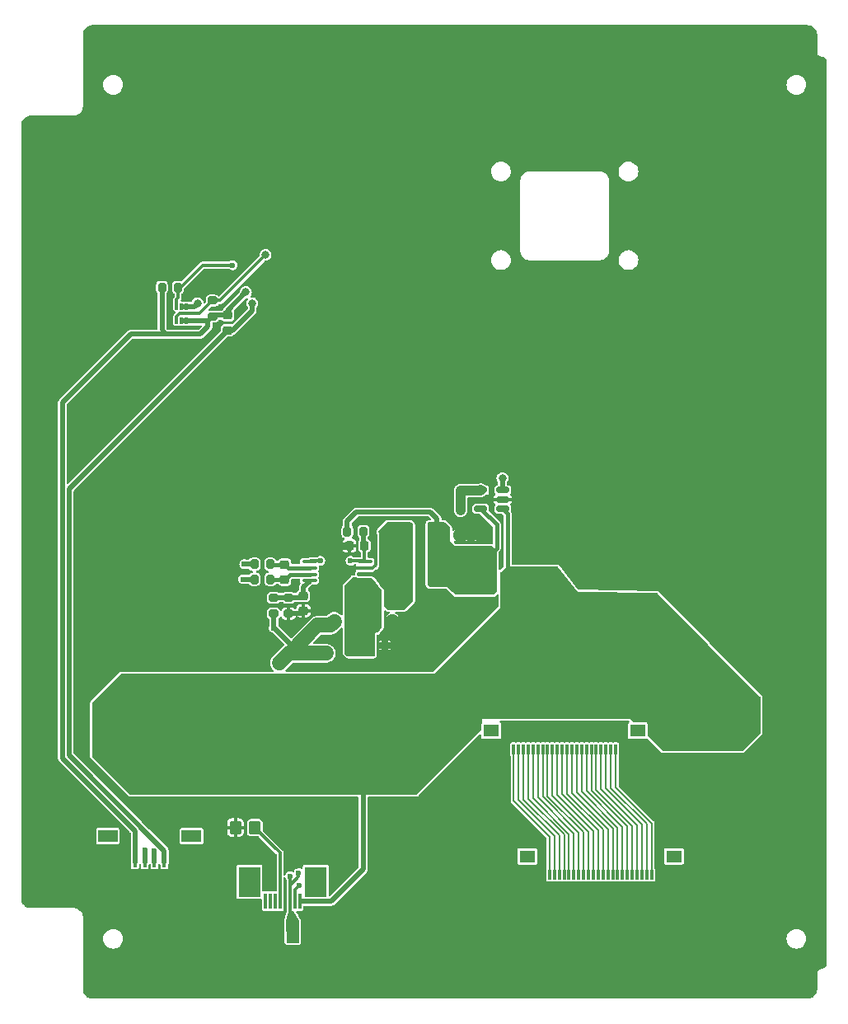
<source format=gbl>
G04 #@! TF.GenerationSoftware,KiCad,Pcbnew,8.0.2*
G04 #@! TF.CreationDate,2024-08-20T08:25:12+02:00*
G04 #@! TF.ProjectId,STS1_SIDEPANEL,53545331-5f53-4494-9445-50414e454c2e,rev?*
G04 #@! TF.SameCoordinates,Original*
G04 #@! TF.FileFunction,Copper,L4,Bot*
G04 #@! TF.FilePolarity,Positive*
%FSLAX46Y46*%
G04 Gerber Fmt 4.6, Leading zero omitted, Abs format (unit mm)*
G04 Created by KiCad (PCBNEW 8.0.2) date 2024-08-20 08:25:12*
%MOMM*%
%LPD*%
G01*
G04 APERTURE LIST*
G04 Aperture macros list*
%AMRoundRect*
0 Rectangle with rounded corners*
0 $1 Rounding radius*
0 $2 $3 $4 $5 $6 $7 $8 $9 X,Y pos of 4 corners*
0 Add a 4 corners polygon primitive as box body*
4,1,4,$2,$3,$4,$5,$6,$7,$8,$9,$2,$3,0*
0 Add four circle primitives for the rounded corners*
1,1,$1+$1,$2,$3*
1,1,$1+$1,$4,$5*
1,1,$1+$1,$6,$7*
1,1,$1+$1,$8,$9*
0 Add four rect primitives between the rounded corners*
20,1,$1+$1,$2,$3,$4,$5,0*
20,1,$1+$1,$4,$5,$6,$7,0*
20,1,$1+$1,$6,$7,$8,$9,0*
20,1,$1+$1,$8,$9,$2,$3,0*%
G04 Aperture macros list end*
G04 #@! TA.AperFunction,FiducialPad,Local*
%ADD10C,6.000000*%
G04 #@! TD*
G04 #@! TA.AperFunction,FiducialPad,Global*
%ADD11C,6.000000*%
G04 #@! TD*
G04 #@! TA.AperFunction,FiducialPad,Global*
%ADD12C,5.700000*%
G04 #@! TD*
G04 #@! TA.AperFunction,SMDPad,CuDef*
%ADD13RoundRect,0.225000X-0.250000X0.225000X-0.250000X-0.225000X0.250000X-0.225000X0.250000X0.225000X0*%
G04 #@! TD*
G04 #@! TA.AperFunction,SMDPad,CuDef*
%ADD14RoundRect,0.085000X-0.085000X0.265000X-0.085000X-0.265000X0.085000X-0.265000X0.085000X0.265000X0*%
G04 #@! TD*
G04 #@! TA.AperFunction,SMDPad,CuDef*
%ADD15RoundRect,0.225000X-0.225000X-0.250000X0.225000X-0.250000X0.225000X0.250000X-0.225000X0.250000X0*%
G04 #@! TD*
G04 #@! TA.AperFunction,SMDPad,CuDef*
%ADD16RoundRect,0.100000X0.637500X0.100000X-0.637500X0.100000X-0.637500X-0.100000X0.637500X-0.100000X0*%
G04 #@! TD*
G04 #@! TA.AperFunction,SMDPad,CuDef*
%ADD17RoundRect,0.200000X0.275000X-0.200000X0.275000X0.200000X-0.275000X0.200000X-0.275000X-0.200000X0*%
G04 #@! TD*
G04 #@! TA.AperFunction,SMDPad,CuDef*
%ADD18R,0.650000X0.950000*%
G04 #@! TD*
G04 #@! TA.AperFunction,SMDPad,CuDef*
%ADD19R,2.000000X1.950000*%
G04 #@! TD*
G04 #@! TA.AperFunction,SMDPad,CuDef*
%ADD20R,0.850000X0.650000*%
G04 #@! TD*
G04 #@! TA.AperFunction,SMDPad,CuDef*
%ADD21RoundRect,0.225000X0.250000X-0.225000X0.250000X0.225000X-0.250000X0.225000X-0.250000X-0.225000X0*%
G04 #@! TD*
G04 #@! TA.AperFunction,SMDPad,CuDef*
%ADD22RoundRect,0.250000X-0.262500X-0.450000X0.262500X-0.450000X0.262500X0.450000X-0.262500X0.450000X0*%
G04 #@! TD*
G04 #@! TA.AperFunction,SMDPad,CuDef*
%ADD23RoundRect,0.200000X-0.275000X0.200000X-0.275000X-0.200000X0.275000X-0.200000X0.275000X0.200000X0*%
G04 #@! TD*
G04 #@! TA.AperFunction,SMDPad,CuDef*
%ADD24RoundRect,0.200000X-0.200000X-0.275000X0.200000X-0.275000X0.200000X0.275000X-0.200000X0.275000X0*%
G04 #@! TD*
G04 #@! TA.AperFunction,SMDPad,CuDef*
%ADD25R,1.430000X5.500000*%
G04 #@! TD*
G04 #@! TA.AperFunction,SMDPad,CuDef*
%ADD26RoundRect,0.250000X0.262500X0.450000X-0.262500X0.450000X-0.262500X-0.450000X0.262500X-0.450000X0*%
G04 #@! TD*
G04 #@! TA.AperFunction,SMDPad,CuDef*
%ADD27R,0.300000X1.600000*%
G04 #@! TD*
G04 #@! TA.AperFunction,SMDPad,CuDef*
%ADD28R,2.240000X3.120000*%
G04 #@! TD*
G04 #@! TA.AperFunction,SMDPad,CuDef*
%ADD29R,0.300000X1.000000*%
G04 #@! TD*
G04 #@! TA.AperFunction,SMDPad,CuDef*
%ADD30R,1.650000X1.300000*%
G04 #@! TD*
G04 #@! TA.AperFunction,SMDPad,CuDef*
%ADD31R,0.400000X1.000000*%
G04 #@! TD*
G04 #@! TA.AperFunction,SMDPad,CuDef*
%ADD32R,2.000000X1.300000*%
G04 #@! TD*
G04 #@! TA.AperFunction,SMDPad,CuDef*
%ADD33RoundRect,0.250000X0.475000X-0.250000X0.475000X0.250000X-0.475000X0.250000X-0.475000X-0.250000X0*%
G04 #@! TD*
G04 #@! TA.AperFunction,SMDPad,CuDef*
%ADD34RoundRect,0.250000X0.350000X0.450000X-0.350000X0.450000X-0.350000X-0.450000X0.350000X-0.450000X0*%
G04 #@! TD*
G04 #@! TA.AperFunction,SMDPad,CuDef*
%ADD35RoundRect,0.150000X0.512500X0.150000X-0.512500X0.150000X-0.512500X-0.150000X0.512500X-0.150000X0*%
G04 #@! TD*
G04 #@! TA.AperFunction,SMDPad,CuDef*
%ADD36RoundRect,0.250000X-0.250000X-0.475000X0.250000X-0.475000X0.250000X0.475000X-0.250000X0.475000X0*%
G04 #@! TD*
G04 #@! TA.AperFunction,SMDPad,CuDef*
%ADD37RoundRect,0.250000X-0.300000X-0.300000X0.300000X-0.300000X0.300000X0.300000X-0.300000X0.300000X0*%
G04 #@! TD*
G04 #@! TA.AperFunction,SMDPad,CuDef*
%ADD38RoundRect,0.200000X0.200000X0.275000X-0.200000X0.275000X-0.200000X-0.275000X0.200000X-0.275000X0*%
G04 #@! TD*
G04 #@! TA.AperFunction,ViaPad*
%ADD39C,0.600000*%
G04 #@! TD*
G04 #@! TA.AperFunction,ViaPad*
%ADD40C,0.800000*%
G04 #@! TD*
G04 #@! TA.AperFunction,ViaPad*
%ADD41C,0.900000*%
G04 #@! TD*
G04 #@! TA.AperFunction,Conductor*
%ADD42C,0.500000*%
G04 #@! TD*
G04 #@! TA.AperFunction,Conductor*
%ADD43C,0.300000*%
G04 #@! TD*
G04 #@! TA.AperFunction,Conductor*
%ADD44C,0.750000*%
G04 #@! TD*
G04 #@! TA.AperFunction,Conductor*
%ADD45C,0.200000*%
G04 #@! TD*
G04 #@! TA.AperFunction,Conductor*
%ADD46C,0.450000*%
G04 #@! TD*
G04 #@! TA.AperFunction,Conductor*
%ADD47C,1.500000*%
G04 #@! TD*
G04 #@! TA.AperFunction,Conductor*
%ADD48C,1.000000*%
G04 #@! TD*
G04 APERTURE END LIST*
D10*
X101150000Y-110780200D03*
D11*
X125150000Y-110780200D03*
D12*
X152050000Y-110780200D03*
D13*
X105025000Y-69850000D03*
X105025000Y-71400000D03*
D14*
X99775000Y-68925000D03*
X100275000Y-68925000D03*
X100775000Y-68925000D03*
X100775000Y-70425000D03*
X100275000Y-70425000D03*
X99775000Y-70425000D03*
D15*
X117525200Y-93510800D03*
X119075200Y-93510800D03*
D16*
X119156100Y-95152000D03*
X119156100Y-95802000D03*
X119156100Y-96452000D03*
X119156100Y-97102000D03*
X113431100Y-97102000D03*
X113431100Y-96452000D03*
X113431100Y-95802000D03*
X113431100Y-95152000D03*
D17*
X111284000Y-100485000D03*
X111284000Y-98835000D03*
D18*
X117780000Y-103740000D03*
D19*
X119105000Y-103740000D03*
D20*
X121160000Y-103740000D03*
D21*
X110885000Y-96980000D03*
X110885000Y-95430000D03*
D22*
X115975000Y-101280000D03*
X117800000Y-101280000D03*
D23*
X109760000Y-98835000D03*
X109760000Y-100485000D03*
D24*
X107780000Y-96955000D03*
X109430000Y-96955000D03*
D25*
X126547500Y-94350000D03*
X122507500Y-94350000D03*
D17*
X103450000Y-69975000D03*
X103450000Y-68325000D03*
D26*
X133762500Y-97250000D03*
X131937500Y-97250000D03*
D27*
X108920000Y-130010000D03*
X109420000Y-130010000D03*
X109920000Y-130010000D03*
X110420000Y-130010000D03*
X110920000Y-130010000D03*
X111420000Y-130010000D03*
X111920000Y-130010000D03*
X112420000Y-130010000D03*
D28*
X107273000Y-128030000D03*
X114067000Y-128030000D03*
D13*
X112808000Y-98644000D03*
X112808000Y-100194000D03*
D24*
X98275000Y-66975000D03*
X99925000Y-66975000D03*
D29*
X138090000Y-127300000D03*
X138590000Y-127300000D03*
X139090000Y-127300000D03*
X139590000Y-127300000D03*
X140090000Y-127300000D03*
X140590000Y-127300000D03*
X141090000Y-127300000D03*
X141590000Y-127300000D03*
X142090000Y-127300000D03*
X142590000Y-127300000D03*
X143090000Y-127300000D03*
X143590000Y-127300000D03*
X144090000Y-127300000D03*
X144590000Y-127300000D03*
X145090000Y-127300000D03*
X145590000Y-127300000D03*
X146090000Y-127300000D03*
X146590000Y-127300000D03*
X147090000Y-127300000D03*
X147590000Y-127300000D03*
X148090000Y-127300000D03*
X148590000Y-127300000D03*
D30*
X135815000Y-125400000D03*
X150865000Y-125400000D03*
D31*
X95510000Y-126030000D03*
X96510000Y-126030000D03*
X97510000Y-126030000D03*
X98510000Y-126030000D03*
D32*
X92710000Y-123330000D03*
X101310000Y-123330000D03*
D33*
X128990000Y-94320000D03*
X128990000Y-92420000D03*
D34*
X107825000Y-122450000D03*
X105825000Y-122450000D03*
D35*
X133287500Y-87800000D03*
X133287500Y-88750000D03*
X133287500Y-89700000D03*
X131012500Y-89700000D03*
X131012500Y-87800000D03*
D29*
X134390000Y-114400000D03*
X134890000Y-114400000D03*
X135390000Y-114400000D03*
X135890000Y-114400000D03*
X136390000Y-114400000D03*
X136890000Y-114400000D03*
X137390000Y-114400000D03*
X137890000Y-114400000D03*
X138390000Y-114400000D03*
X138890000Y-114400000D03*
X139390000Y-114400000D03*
X139890000Y-114400000D03*
X140390000Y-114400000D03*
X140890000Y-114400000D03*
X141390000Y-114400000D03*
X141890000Y-114400000D03*
X142390000Y-114400000D03*
X142890000Y-114400000D03*
X143390000Y-114400000D03*
X143890000Y-114400000D03*
X144390000Y-114400000D03*
X144890000Y-114400000D03*
D30*
X132115000Y-112500000D03*
X147165000Y-112500000D03*
D36*
X120050000Y-101320000D03*
X121950000Y-101320000D03*
D33*
X131050000Y-94310000D03*
X131050000Y-92410000D03*
D24*
X107775000Y-95415000D03*
X109425000Y-95415000D03*
D37*
X119275000Y-99100000D03*
X122075000Y-99100000D03*
D38*
X118967000Y-92040000D03*
X117317000Y-92040000D03*
D39*
X115000000Y-134500000D03*
X165000000Y-59500000D03*
X105467400Y-58827400D03*
D40*
X152900000Y-87425000D03*
D39*
X95000000Y-79000000D03*
X129925000Y-65314300D03*
X125000000Y-53940000D03*
X100000000Y-44500000D03*
X150000000Y-49500000D03*
D40*
X122800000Y-84000000D03*
D39*
X100000000Y-134500000D03*
X160000000Y-59500000D03*
X130000000Y-130000000D03*
D40*
X102925000Y-87425000D03*
D39*
X105000000Y-79000000D03*
X85000000Y-130000000D03*
X140000000Y-134500000D03*
X90000000Y-64735000D03*
X119925000Y-65314300D03*
X105000000Y-44500000D03*
X155000000Y-49500000D03*
X160000000Y-74500000D03*
X160000000Y-44500000D03*
X155000000Y-66265400D03*
D40*
X99925000Y-87425000D03*
D39*
X125000000Y-59020000D03*
X145000000Y-49500000D03*
X150000000Y-44500000D03*
X100000000Y-49500000D03*
X95000000Y-49500000D03*
X135000000Y-44500000D03*
X135000000Y-74158400D03*
D40*
X99925000Y-81425000D03*
X122800000Y-87000000D03*
D39*
X155000000Y-44500000D03*
D40*
X146900000Y-87425000D03*
D39*
X95000000Y-58827400D03*
D40*
X96925000Y-84425000D03*
D39*
X117250000Y-132425000D03*
X160000000Y-66030400D03*
X120000000Y-70313400D03*
X165000000Y-89500000D03*
X125000000Y-49495000D03*
D40*
X146900000Y-84425000D03*
X146900000Y-81425000D03*
D39*
X90000000Y-84500000D03*
D40*
X149900000Y-84425000D03*
D39*
X120000000Y-44500000D03*
X120000000Y-49368000D03*
X95000000Y-84420000D03*
D40*
X122800000Y-81000000D03*
D39*
X125000000Y-130000000D03*
X155000000Y-54500000D03*
D40*
X149900000Y-87425000D03*
D39*
X115225000Y-58827400D03*
X150000000Y-70450000D03*
X95000000Y-134500000D03*
X114925000Y-65314300D03*
X125000000Y-74225000D03*
X130000000Y-44500000D03*
X95000000Y-44500000D03*
X150000000Y-59020000D03*
X155000000Y-62779200D03*
X120000000Y-130000000D03*
X125000000Y-70313400D03*
X120000000Y-74225000D03*
X115000000Y-49520400D03*
D40*
X116800000Y-87000000D03*
D39*
X85000000Y-79000000D03*
D40*
X152900000Y-84425000D03*
D39*
X95000000Y-53584400D03*
X90000000Y-74895000D03*
X165000000Y-70450000D03*
X90000000Y-130000000D03*
X110000000Y-134500000D03*
X110000000Y-44500000D03*
X145000000Y-44500000D03*
D40*
X119800000Y-81000000D03*
D39*
X145000000Y-74158400D03*
X85000000Y-74500000D03*
X130000000Y-74225000D03*
D40*
X119800000Y-84000000D03*
D39*
X90000000Y-69815000D03*
X90000000Y-54500000D03*
X85000000Y-84500000D03*
X85000000Y-99500000D03*
X90000000Y-94500000D03*
D40*
X102925000Y-84425000D03*
D39*
X155000000Y-59020000D03*
X160000000Y-70450000D03*
X155000000Y-79500000D03*
D40*
X96925000Y-87425000D03*
D39*
X124925000Y-65314300D03*
X160000000Y-54500000D03*
X115000000Y-53736800D03*
D40*
X99925000Y-84425000D03*
D39*
X135000000Y-130000000D03*
X165000000Y-94500000D03*
X130000000Y-49500000D03*
X130000000Y-53940000D03*
X150000000Y-54500000D03*
X140000000Y-74158400D03*
X140000000Y-79340000D03*
X165000000Y-79500000D03*
X150000000Y-74260000D03*
X85000000Y-64500000D03*
X100000000Y-79000000D03*
D40*
X149900000Y-81425000D03*
D39*
X140000000Y-49500000D03*
X125000000Y-44500000D03*
X135000000Y-134500000D03*
D40*
X152900000Y-81425000D03*
D39*
X95000000Y-130000000D03*
X160000000Y-79500000D03*
X145000000Y-79500000D03*
X110000000Y-53584400D03*
X135000000Y-49500000D03*
X130000000Y-134500000D03*
X105000000Y-134500000D03*
X85000000Y-89500000D03*
X160000000Y-62544200D03*
X120000000Y-58816800D03*
X165000000Y-54575000D03*
X145000000Y-70246800D03*
X100000000Y-130000000D03*
X164950000Y-130100000D03*
D40*
X116800000Y-84000000D03*
D39*
X115000000Y-74200000D03*
X105467400Y-53584400D03*
D40*
X116800000Y-81000000D03*
D39*
X165000000Y-74500000D03*
X100000000Y-53584400D03*
X105000000Y-49500000D03*
X165000000Y-134500000D03*
X165000000Y-49495000D03*
X165000000Y-66030400D03*
X85000000Y-54500000D03*
X110000000Y-70288400D03*
X100000000Y-58827400D03*
X85000000Y-94500000D03*
D40*
X102925000Y-81425000D03*
D39*
X160000000Y-49500000D03*
X120000000Y-134500000D03*
X155500000Y-134750000D03*
X130000000Y-59020000D03*
X165000000Y-99500000D03*
X120000000Y-53736800D03*
X115000000Y-70288400D03*
X110000000Y-74200000D03*
X85000000Y-59500000D03*
D40*
X96925000Y-81425000D03*
D39*
X115000000Y-44500000D03*
X160000000Y-134500000D03*
X165000000Y-62544200D03*
X125000000Y-134500000D03*
X90000000Y-59655000D03*
X130000000Y-70313400D03*
X140000000Y-70246800D03*
X135000000Y-70246800D03*
X155000000Y-74260000D03*
X90000000Y-89500000D03*
X140000000Y-44500000D03*
X160125000Y-130100000D03*
X85000000Y-69500000D03*
X90000000Y-79000000D03*
X110000000Y-58827400D03*
D40*
X119800000Y-87000000D03*
D39*
X150000000Y-66265400D03*
X110000000Y-49500000D03*
X155000000Y-70450000D03*
X150000000Y-62779200D03*
X116125000Y-98710000D03*
X114586000Y-98898000D03*
X124575000Y-102050000D03*
X127575000Y-103550000D03*
X114615000Y-100320000D03*
X108075000Y-100400000D03*
X116165000Y-97050000D03*
X123075000Y-102050000D03*
X123075000Y-103550000D03*
X127575000Y-102050000D03*
X116995000Y-95790000D03*
X106575000Y-98750000D03*
X124575000Y-103550000D03*
X126075000Y-102050000D03*
X106575000Y-100390000D03*
X115365000Y-95790000D03*
X108075000Y-98760000D03*
X119975000Y-92100000D03*
X116525000Y-93500000D03*
X126075000Y-103550000D03*
D40*
X106900000Y-67475000D03*
D39*
X105525000Y-64700000D03*
X97475609Y-124836890D03*
D40*
X108925000Y-63650000D03*
D39*
X96510000Y-124740000D03*
D40*
X133250000Y-86550000D03*
D39*
X112346998Y-128375000D03*
D41*
X111720000Y-132400000D03*
X110350000Y-105550000D03*
D39*
X111450000Y-127450000D03*
D40*
X128950000Y-87850000D03*
D41*
X111400000Y-104550000D03*
D39*
X109750000Y-101950000D03*
D41*
X113950000Y-104550000D03*
X115150000Y-104550000D03*
D40*
X128950000Y-89850000D03*
D41*
X112750000Y-104550000D03*
D39*
X112300000Y-127125000D03*
D40*
X128950000Y-88850000D03*
D39*
X106625000Y-96950000D03*
D41*
X111720000Y-133650000D03*
D40*
X101925000Y-68600000D03*
X107550000Y-68600000D03*
D39*
X117650000Y-95050000D03*
X114550000Y-95050000D03*
X106725000Y-95410000D03*
X117725000Y-100100000D03*
D42*
X112517000Y-100485000D02*
X112808000Y-100194000D01*
D43*
X120250000Y-92375000D02*
X119975000Y-92100000D01*
X119893599Y-95802000D02*
X120250000Y-95445599D01*
D44*
X117525200Y-93510800D02*
X116535800Y-93510800D01*
D43*
X120250000Y-95445599D02*
X120250000Y-92375000D01*
X110920000Y-131095000D02*
X110920000Y-130510000D01*
X119156100Y-95802000D02*
X119893599Y-95802000D01*
D42*
X111284000Y-100485000D02*
X112517000Y-100485000D01*
D43*
X107485000Y-132015000D02*
X105000000Y-134500000D01*
D44*
X116535800Y-93510800D02*
X116525000Y-93500000D01*
D43*
X110000000Y-134500000D02*
X110000000Y-132015000D01*
X110000000Y-132015000D02*
X110920000Y-131095000D01*
X110000000Y-132015000D02*
X107485000Y-132015000D01*
D42*
X100775000Y-70425000D02*
X103000000Y-70425000D01*
X98275000Y-71375000D02*
X98275000Y-66975000D01*
X105025000Y-69350000D02*
X106900000Y-67475000D01*
X99775000Y-71800000D02*
X98550000Y-71800000D01*
X103000000Y-70425000D02*
X103450000Y-69975000D01*
X98550000Y-71650000D02*
X98275000Y-71375000D01*
X103575000Y-69850000D02*
X103450000Y-69975000D01*
X103000000Y-71025000D02*
X103000000Y-70425000D01*
X88050000Y-115340570D02*
X95510000Y-122800570D01*
X95510000Y-122800570D02*
X95510000Y-126030000D01*
X102225000Y-71800000D02*
X103000000Y-71025000D01*
X100775000Y-70425000D02*
X100395000Y-70425000D01*
X98550000Y-71800000D02*
X98550000Y-71650000D01*
X99775000Y-71800000D02*
X102225000Y-71800000D01*
X95075000Y-71800000D02*
X88050000Y-78825000D01*
X98550000Y-71800000D02*
X95075000Y-71800000D01*
X105025000Y-69850000D02*
X105025000Y-69350000D01*
X105025000Y-69850000D02*
X103575000Y-69850000D01*
X88050000Y-78825000D02*
X88050000Y-115340570D01*
D43*
X102425000Y-64700000D02*
X105525000Y-64700000D01*
X99925000Y-66975000D02*
X100150000Y-66975000D01*
D42*
X97475609Y-125995609D02*
X97510000Y-126030000D01*
X97475609Y-124836890D02*
X97475609Y-125995609D01*
D43*
X100150000Y-66975000D02*
X102425000Y-64700000D01*
X99925000Y-68055000D02*
X99755000Y-68225000D01*
X99925000Y-66975000D02*
X99925000Y-68055000D01*
X99755000Y-68225000D02*
X99755000Y-68925000D01*
D45*
X138090000Y-123390000D02*
X134390000Y-119690000D01*
X138090000Y-127300000D02*
X138090000Y-123390000D01*
X134390000Y-119690000D02*
X134390000Y-114400000D01*
D43*
X103450000Y-68325000D02*
X104250000Y-68325000D01*
X99775000Y-70014030D02*
X99775000Y-70425000D01*
X96530000Y-124740000D02*
X96510000Y-124740000D01*
X100114030Y-69675000D02*
X99775000Y-70014030D01*
D42*
X96510000Y-124740000D02*
X96510000Y-126030000D01*
D43*
X102100000Y-69675000D02*
X100114030Y-69675000D01*
X104250000Y-68325000D02*
X108925000Y-63650000D01*
X103450000Y-68325000D02*
X102100000Y-69675000D01*
D42*
X112617000Y-98835000D02*
X112808000Y-98644000D01*
X112808000Y-98644000D02*
X112808000Y-97750100D01*
X111284000Y-98835000D02*
X112617000Y-98835000D01*
X112808000Y-97750100D02*
X113431100Y-97127000D01*
D46*
X113410000Y-97123100D02*
X113431100Y-97102000D01*
D42*
X109760000Y-98835000D02*
X111284000Y-98835000D01*
D46*
X110885000Y-96980000D02*
X109455000Y-96980000D01*
X109455000Y-96980000D02*
X109430000Y-96955000D01*
X111413000Y-96452000D02*
X110885000Y-96980000D01*
X113431100Y-96452000D02*
X111413000Y-96452000D01*
D42*
X115637000Y-130040000D02*
X112520000Y-130040000D01*
X125000000Y-110780200D02*
X118950000Y-116830200D01*
X118950000Y-116830200D02*
X118950000Y-126727000D01*
D46*
X133287500Y-89700000D02*
X133762500Y-90175000D01*
X133762500Y-90175000D02*
X133762500Y-97250000D01*
D42*
X118950000Y-126727000D02*
X115637000Y-130040000D01*
X133250000Y-87762500D02*
X133287500Y-87800000D01*
X133250000Y-86550000D02*
X133250000Y-87762500D01*
D43*
X111920000Y-128801998D02*
X111920000Y-130010000D01*
X112346998Y-128375000D02*
X111920000Y-128801998D01*
D47*
X111400000Y-104550000D02*
X112750000Y-104550000D01*
D43*
X112300000Y-127502759D02*
X111420000Y-128382759D01*
X111420000Y-128382759D02*
X111420000Y-130010000D01*
D47*
X111375000Y-104525000D02*
X110350000Y-105550000D01*
D43*
X111420000Y-127480000D02*
X111450000Y-127450000D01*
D42*
X111400000Y-103560000D02*
X111400000Y-104525000D01*
D48*
X130962500Y-87850000D02*
X131012500Y-87800000D01*
D47*
X115580000Y-101675000D02*
X115975000Y-101280000D01*
D43*
X112300000Y-127125000D02*
X112300000Y-127502759D01*
D47*
X112750000Y-104550000D02*
X113950000Y-104550000D01*
D43*
X111420000Y-128382759D02*
X111420000Y-127480000D01*
D48*
X128950000Y-88850000D02*
X128950000Y-89850000D01*
D47*
X114250000Y-101675000D02*
X115580000Y-101675000D01*
D42*
X109760000Y-101920000D02*
X111400000Y-103560000D01*
X109760000Y-100485000D02*
X109760000Y-101920000D01*
D48*
X128950000Y-87850000D02*
X130962500Y-87850000D01*
D42*
X116050000Y-101050000D02*
X116065000Y-101065000D01*
D47*
X111400000Y-104525000D02*
X111375000Y-104525000D01*
D42*
X106630000Y-96955000D02*
X106625000Y-96950000D01*
D47*
X111400000Y-104525000D02*
X114250000Y-101675000D01*
D48*
X128950000Y-87850000D02*
X128950000Y-88850000D01*
D43*
X111420000Y-130010000D02*
X111420000Y-131160000D01*
D47*
X113950000Y-104550000D02*
X115150000Y-104550000D01*
D42*
X107780000Y-96955000D02*
X106630000Y-96955000D01*
D46*
X110885000Y-95430000D02*
X109440000Y-95430000D01*
X111257000Y-95802000D02*
X110885000Y-95430000D01*
X109440000Y-95430000D02*
X109425000Y-95415000D01*
X113431100Y-95802000D02*
X111257000Y-95802000D01*
D43*
X107825000Y-122450000D02*
X110420000Y-125045000D01*
X110420000Y-125045000D02*
X110420000Y-130010000D01*
D42*
X98510000Y-124810620D02*
X88750000Y-115050620D01*
X88750000Y-87675000D02*
X105025000Y-71400000D01*
X101600000Y-68925000D02*
X101925000Y-68600000D01*
X105500000Y-71400000D02*
X105025000Y-71400000D01*
X107550000Y-69350000D02*
X105500000Y-71400000D01*
X98510000Y-126030000D02*
X98510000Y-124810620D01*
X88750000Y-115050620D02*
X88750000Y-87675000D01*
X100775000Y-68925000D02*
X101600000Y-68925000D01*
X107550000Y-68600000D02*
X107550000Y-69350000D01*
X100775000Y-68925000D02*
X100355000Y-68925000D01*
D43*
X117650000Y-95050000D02*
X119054100Y-95050000D01*
X114550000Y-95050000D02*
X113533100Y-95050000D01*
X119075200Y-93510800D02*
X119075200Y-95071100D01*
X119075200Y-95071100D02*
X119156100Y-95152000D01*
X119054100Y-95050000D02*
X119156100Y-95152000D01*
D42*
X118967000Y-93402600D02*
X119075200Y-93510800D01*
D43*
X113533100Y-95050000D02*
X113431100Y-95152000D01*
D42*
X118967000Y-92040000D02*
X118967000Y-93402600D01*
D46*
X119135000Y-93451000D02*
X119075200Y-93510800D01*
D42*
X106730000Y-95415000D02*
X106725000Y-95410000D01*
X107775000Y-95415000D02*
X106730000Y-95415000D01*
X117317000Y-90983000D02*
X117317000Y-92040000D01*
X126547500Y-94350000D02*
X126547500Y-90747500D01*
D46*
X132650000Y-93750000D02*
X131950000Y-94450000D01*
D42*
X126547500Y-90747500D02*
X125850000Y-90050000D01*
X125850000Y-90050000D02*
X118250000Y-90050000D01*
D46*
X131012500Y-89700000D02*
X132650000Y-91337500D01*
D42*
X118250000Y-90050000D02*
X117317000Y-90983000D01*
D46*
X132650000Y-91337500D02*
X132650000Y-93750000D01*
D45*
X134890000Y-119624314D02*
X138590000Y-123324314D01*
X138590000Y-123324314D02*
X138590000Y-127300000D01*
X134890000Y-114400000D02*
X134890000Y-119624314D01*
X135390000Y-119558628D02*
X139090000Y-123258628D01*
X139090000Y-123258628D02*
X139090000Y-127300000D01*
X135390000Y-114400000D02*
X135390000Y-119558628D01*
X135890000Y-114400000D02*
X135890000Y-119492942D01*
X135890000Y-119492942D02*
X139590000Y-123192942D01*
X139590000Y-123192942D02*
X139590000Y-127300000D01*
X140090000Y-123127256D02*
X140090000Y-127300000D01*
X136390000Y-114400000D02*
X136390000Y-119427256D01*
X136390000Y-119427256D02*
X140090000Y-123127256D01*
X140590000Y-123061570D02*
X140590000Y-127300000D01*
X136890000Y-119361570D02*
X140590000Y-123061570D01*
X136890000Y-114400000D02*
X136890000Y-119361570D01*
X137390000Y-119295884D02*
X141090000Y-122995884D01*
X137390000Y-114400000D02*
X137390000Y-119295884D01*
X141090000Y-122995884D02*
X141090000Y-127300000D01*
X137890000Y-114400000D02*
X137890000Y-119230198D01*
X141590000Y-122930198D02*
X141590000Y-127300000D01*
X137890000Y-119230198D02*
X141590000Y-122930198D01*
X142090000Y-122864512D02*
X142090000Y-127300000D01*
X138390000Y-114400000D02*
X138390000Y-119164512D01*
X138390000Y-119164512D02*
X142090000Y-122864512D01*
X142590000Y-122798826D02*
X142590000Y-127300000D01*
X138890000Y-119098826D02*
X142590000Y-122798826D01*
X138890000Y-114400000D02*
X138890000Y-119098826D01*
X143090000Y-122733140D02*
X143090000Y-127300000D01*
X139390000Y-114400000D02*
X139390000Y-119033140D01*
X139390000Y-119033140D02*
X143090000Y-122733140D01*
X139890000Y-118967454D02*
X143590000Y-122667454D01*
X143590000Y-122667454D02*
X143590000Y-127300000D01*
X139890000Y-114400000D02*
X139890000Y-118967454D01*
X144090000Y-122601768D02*
X144090000Y-127300000D01*
X140390000Y-114400000D02*
X140390000Y-118901768D01*
X140390000Y-118901768D02*
X144090000Y-122601768D01*
X140890000Y-114400000D02*
X140890000Y-118836082D01*
X144590000Y-122536082D02*
X144590000Y-127300000D01*
X140890000Y-118836082D02*
X144590000Y-122536082D01*
X141390000Y-114400000D02*
X141390000Y-118770396D01*
X145090000Y-122470396D02*
X145090000Y-127300000D01*
X141390000Y-118770396D02*
X145090000Y-122470396D01*
X145590000Y-122404710D02*
X145590000Y-127300000D01*
X141890000Y-118704710D02*
X145590000Y-122404710D01*
X141890000Y-114400000D02*
X141890000Y-118704710D01*
X146090000Y-122339024D02*
X146090000Y-127300000D01*
X142390000Y-114400000D02*
X142390000Y-118639024D01*
X142390000Y-118639024D02*
X146090000Y-122339024D01*
X142890000Y-118573338D02*
X146590000Y-122273338D01*
X142890000Y-114400000D02*
X142890000Y-118573338D01*
X146590000Y-122273338D02*
X146590000Y-127300000D01*
X143390000Y-118507652D02*
X147090000Y-122207652D01*
X147090000Y-122207652D02*
X147090000Y-127300000D01*
X143390000Y-114400000D02*
X143390000Y-118507652D01*
X147590000Y-122141966D02*
X147590000Y-127300000D01*
X143890000Y-118441966D02*
X147590000Y-122141966D01*
X143890000Y-114400000D02*
X143890000Y-118441966D01*
X144390000Y-118376280D02*
X148090000Y-122076280D01*
X144390000Y-114400000D02*
X144390000Y-118376280D01*
X148090000Y-122076280D02*
X148090000Y-127300000D01*
X148590000Y-127300000D02*
X148590000Y-122010594D01*
X144890000Y-118310594D02*
X144890000Y-114400000D01*
X148590000Y-122010594D02*
X144890000Y-118310594D01*
G04 #@! TA.AperFunction,Conductor*
G36*
X107047535Y-68080328D02*
G01*
X107089653Y-68124710D01*
X107097639Y-68185372D01*
X107078840Y-68227598D01*
X107025461Y-68297163D01*
X106964957Y-68443233D01*
X106964955Y-68443241D01*
X106944318Y-68599999D01*
X106944318Y-68600000D01*
X106964955Y-68756758D01*
X106964957Y-68756766D01*
X107025462Y-68902838D01*
X107025463Y-68902840D01*
X107025464Y-68902841D01*
X107079042Y-68972665D01*
X107099466Y-69030340D01*
X107099500Y-69032932D01*
X107099500Y-69122388D01*
X107080593Y-69180579D01*
X107070504Y-69192392D01*
X105518269Y-70744626D01*
X105463752Y-70772403D01*
X105416442Y-70764912D01*
X105415540Y-70767690D01*
X105408127Y-70765281D01*
X105408126Y-70765281D01*
X105374913Y-70760020D01*
X105308490Y-70749500D01*
X105308488Y-70749500D01*
X104741512Y-70749500D01*
X104741510Y-70749500D01*
X104641874Y-70765281D01*
X104641867Y-70765283D01*
X104521782Y-70826470D01*
X104426470Y-70921782D01*
X104365283Y-71041867D01*
X104365281Y-71041874D01*
X104349500Y-71141509D01*
X104349500Y-71397388D01*
X104330593Y-71455579D01*
X104320504Y-71467392D01*
X88669504Y-87118392D01*
X88614987Y-87146169D01*
X88554555Y-87136598D01*
X88511290Y-87093333D01*
X88500500Y-87048388D01*
X88500500Y-79052611D01*
X88519407Y-78994420D01*
X88529496Y-78982607D01*
X95232607Y-72279496D01*
X95287124Y-72251719D01*
X95302611Y-72250500D01*
X102284309Y-72250500D01*
X102374669Y-72226287D01*
X102374672Y-72226287D01*
X102387903Y-72222741D01*
X102398887Y-72219799D01*
X102501614Y-72160489D01*
X103360490Y-71301613D01*
X103419799Y-71198886D01*
X103435172Y-71141512D01*
X103450500Y-71084309D01*
X103450500Y-70674499D01*
X103469407Y-70616308D01*
X103518907Y-70580344D01*
X103549500Y-70575499D01*
X103756521Y-70575499D01*
X103756522Y-70575498D01*
X103803411Y-70568072D01*
X103850299Y-70560647D01*
X103850299Y-70560646D01*
X103850304Y-70560646D01*
X103963342Y-70503050D01*
X104053050Y-70413342D01*
X104083004Y-70354555D01*
X104126268Y-70311290D01*
X104171213Y-70300500D01*
X104357745Y-70300500D01*
X104415936Y-70319407D01*
X104427742Y-70329490D01*
X104521780Y-70423528D01*
X104521782Y-70423529D01*
X104641867Y-70484716D01*
X104641869Y-70484716D01*
X104641874Y-70484719D01*
X104717541Y-70496703D01*
X104741510Y-70500500D01*
X104741512Y-70500500D01*
X105308490Y-70500500D01*
X105329885Y-70497111D01*
X105408126Y-70484719D01*
X105528220Y-70423528D01*
X105623528Y-70328220D01*
X105684719Y-70208126D01*
X105700500Y-70108488D01*
X105700500Y-69591512D01*
X105684719Y-69491874D01*
X105661850Y-69446992D01*
X105652279Y-69386564D01*
X105680055Y-69332047D01*
X106912423Y-68099678D01*
X106966938Y-68071903D01*
X106969449Y-68071538D01*
X106987376Y-68069178D01*
X107047535Y-68080328D01*
G37*
G04 #@! TD.AperFunction*
G04 #@! TA.AperFunction,Conductor*
G36*
X164604540Y-40040933D02*
G01*
X164718978Y-40051689D01*
X164762784Y-40055806D01*
X164779604Y-40058870D01*
X164854365Y-40079289D01*
X164929132Y-40099711D01*
X164945163Y-40105619D01*
X165085429Y-40171577D01*
X165100213Y-40180160D01*
X165227039Y-40269269D01*
X165240129Y-40280270D01*
X165349729Y-40389870D01*
X165360730Y-40402960D01*
X165449839Y-40529786D01*
X165458423Y-40544572D01*
X165524377Y-40684828D01*
X165530290Y-40700872D01*
X165571129Y-40850395D01*
X165574193Y-40867215D01*
X165589066Y-41025457D01*
X165589500Y-41034721D01*
X165589500Y-42696710D01*
X165589303Y-42702945D01*
X165585303Y-42766314D01*
X165585304Y-42766318D01*
X165609029Y-42898401D01*
X165609030Y-42898404D01*
X165663452Y-43021074D01*
X165663453Y-43021076D01*
X165745454Y-43127307D01*
X165745458Y-43127311D01*
X165850348Y-43211026D01*
X165869975Y-43220117D01*
X165972116Y-43267429D01*
X165972117Y-43267429D01*
X165972121Y-43267431D01*
X166026241Y-43278009D01*
X166036480Y-43280845D01*
X166046642Y-43282005D01*
X166049546Y-43282575D01*
X166054983Y-43282620D01*
X166152080Y-43296087D01*
X166172110Y-43301038D01*
X166269092Y-43336095D01*
X166287678Y-43345106D01*
X166375259Y-43399519D01*
X166391572Y-43412191D01*
X166465953Y-43483596D01*
X166479282Y-43499380D01*
X166537223Y-43584665D01*
X166546986Y-43602871D01*
X166582152Y-43688984D01*
X166589500Y-43726412D01*
X166589500Y-136508236D01*
X166581878Y-136546329D01*
X166546431Y-136631359D01*
X166536610Y-136649386D01*
X166478360Y-136734039D01*
X166465032Y-136749653D01*
X166390576Y-136820471D01*
X166374314Y-136833001D01*
X166286854Y-136886939D01*
X166268357Y-136895846D01*
X166171644Y-136930588D01*
X166151709Y-136935487D01*
X166079099Y-136945508D01*
X166068795Y-136943664D01*
X166056646Y-136946039D01*
X166056604Y-136946041D01*
X166048074Y-136947714D01*
X166048013Y-136947726D01*
X165972123Y-136962559D01*
X165972111Y-136962563D01*
X165850345Y-137018964D01*
X165745454Y-137102679D01*
X165745448Y-137102685D01*
X165663446Y-137208918D01*
X165663445Y-137208920D01*
X165609022Y-137331592D01*
X165609021Y-137331595D01*
X165585296Y-137463678D01*
X165589304Y-137527210D01*
X165589500Y-137533443D01*
X165589500Y-139025278D01*
X165589066Y-139034542D01*
X165574193Y-139192784D01*
X165571129Y-139209604D01*
X165530290Y-139359127D01*
X165524377Y-139375171D01*
X165458423Y-139515427D01*
X165449839Y-139530213D01*
X165360730Y-139657039D01*
X165349729Y-139670129D01*
X165240129Y-139779729D01*
X165227039Y-139790730D01*
X165100213Y-139879839D01*
X165085427Y-139888423D01*
X164945171Y-139954377D01*
X164929127Y-139960290D01*
X164779604Y-140001129D01*
X164762784Y-140004193D01*
X164619854Y-140017626D01*
X164604540Y-140019066D01*
X164595279Y-140019500D01*
X91154721Y-140019500D01*
X91145459Y-140019066D01*
X91128705Y-140017491D01*
X90987215Y-140004193D01*
X90970395Y-140001129D01*
X90820872Y-139960290D01*
X90804830Y-139954377D01*
X90734700Y-139921400D01*
X90664572Y-139888423D01*
X90649786Y-139879839D01*
X90522960Y-139790730D01*
X90509870Y-139779729D01*
X90400270Y-139670129D01*
X90389269Y-139657039D01*
X90300160Y-139530213D01*
X90291576Y-139515427D01*
X90264325Y-139457475D01*
X90225619Y-139375163D01*
X90219711Y-139359132D01*
X90199289Y-139284365D01*
X90178870Y-139209604D01*
X90175806Y-139192783D01*
X90160934Y-139034541D01*
X90160500Y-139025278D01*
X90160500Y-133879996D01*
X92234611Y-133879996D01*
X92234611Y-133880003D01*
X92254119Y-134078087D01*
X92254120Y-134078093D01*
X92297828Y-134222176D01*
X92311903Y-134268573D01*
X92311906Y-134268578D01*
X92311907Y-134268581D01*
X92313900Y-134272309D01*
X92405735Y-134444120D01*
X92405737Y-134444122D01*
X92405738Y-134444124D01*
X92532007Y-134597983D01*
X92532016Y-134597992D01*
X92685875Y-134724261D01*
X92685880Y-134724265D01*
X92861427Y-134818097D01*
X92968202Y-134850487D01*
X93051906Y-134875879D01*
X93051912Y-134875880D01*
X93249997Y-134895389D01*
X93250000Y-134895389D01*
X93250003Y-134895389D01*
X93448087Y-134875880D01*
X93448093Y-134875879D01*
X93638573Y-134818097D01*
X93814120Y-134724265D01*
X93967988Y-134597988D01*
X94094265Y-134444120D01*
X94188097Y-134268573D01*
X94245879Y-134078093D01*
X94246377Y-134073042D01*
X94265389Y-133880003D01*
X94265389Y-133879996D01*
X94245880Y-133681912D01*
X94245879Y-133681906D01*
X94230277Y-133630475D01*
X94188097Y-133491427D01*
X94094265Y-133315880D01*
X94094261Y-133315875D01*
X93967992Y-133162016D01*
X93967983Y-133162007D01*
X93814124Y-133035738D01*
X93814122Y-133035737D01*
X93814120Y-133035735D01*
X93738885Y-132995521D01*
X93638581Y-132941907D01*
X93638578Y-132941906D01*
X93638573Y-132941903D01*
X93617636Y-132935551D01*
X93448093Y-132884120D01*
X93448087Y-132884119D01*
X93250003Y-132864611D01*
X93249997Y-132864611D01*
X93051912Y-132884119D01*
X93051906Y-132884120D01*
X92861433Y-132941901D01*
X92861431Y-132941901D01*
X92861427Y-132941903D01*
X92861424Y-132941904D01*
X92861418Y-132941907D01*
X92685885Y-133035732D01*
X92685875Y-133035738D01*
X92532016Y-133162007D01*
X92532007Y-133162016D01*
X92405738Y-133315875D01*
X92405732Y-133315885D01*
X92311907Y-133491418D01*
X92311901Y-133491433D01*
X92254120Y-133681906D01*
X92254119Y-133681912D01*
X92234611Y-133879996D01*
X90160500Y-133879996D01*
X90160500Y-131748922D01*
X90160627Y-131748111D01*
X90160502Y-131730205D01*
X90160500Y-131729512D01*
X90160500Y-131706981D01*
X90160346Y-131706219D01*
X90159931Y-131641697D01*
X90128311Y-131468096D01*
X90067292Y-131302525D01*
X90067291Y-131302524D01*
X90067290Y-131302520D01*
X89978694Y-131149922D01*
X89978691Y-131149918D01*
X89865166Y-131014845D01*
X89865161Y-131014839D01*
X89865154Y-131014833D01*
X89730081Y-130901308D01*
X89730077Y-130901305D01*
X89577479Y-130812709D01*
X89425254Y-130756609D01*
X89411904Y-130751689D01*
X89411902Y-130751688D01*
X89411898Y-130751687D01*
X89238309Y-130720069D01*
X89173776Y-130719653D01*
X89173020Y-130719500D01*
X89154349Y-130719500D01*
X89150488Y-130719500D01*
X89149792Y-130719498D01*
X89132250Y-130719374D01*
X89131432Y-130719500D01*
X84804721Y-130719500D01*
X84795459Y-130719066D01*
X84778705Y-130717491D01*
X84637215Y-130704193D01*
X84620395Y-130701129D01*
X84470872Y-130660290D01*
X84454830Y-130654377D01*
X84316862Y-130589500D01*
X84314572Y-130588423D01*
X84299786Y-130579839D01*
X84172960Y-130490730D01*
X84159870Y-130479729D01*
X84050270Y-130370129D01*
X84039269Y-130357039D01*
X83950160Y-130230213D01*
X83941576Y-130215427D01*
X83914325Y-130157475D01*
X83875619Y-130075163D01*
X83869711Y-130059132D01*
X83849289Y-129984365D01*
X83828870Y-129909604D01*
X83825806Y-129892783D01*
X83810934Y-129734541D01*
X83810500Y-129725278D01*
X83810500Y-122660253D01*
X91509500Y-122660253D01*
X91509500Y-123999746D01*
X91509501Y-123999758D01*
X91521132Y-124058227D01*
X91521133Y-124058231D01*
X91565448Y-124124552D01*
X91631769Y-124168867D01*
X91676231Y-124177711D01*
X91690241Y-124180498D01*
X91690246Y-124180498D01*
X91690252Y-124180500D01*
X91690253Y-124180500D01*
X93729747Y-124180500D01*
X93729748Y-124180500D01*
X93788231Y-124168867D01*
X93854552Y-124124552D01*
X93898867Y-124058231D01*
X93910500Y-123999748D01*
X93910500Y-122660252D01*
X93898867Y-122601769D01*
X93854552Y-122535448D01*
X93854548Y-122535445D01*
X93788233Y-122491134D01*
X93788231Y-122491133D01*
X93788228Y-122491132D01*
X93788227Y-122491132D01*
X93729758Y-122479501D01*
X93729748Y-122479500D01*
X91690252Y-122479500D01*
X91690251Y-122479500D01*
X91690241Y-122479501D01*
X91631772Y-122491132D01*
X91631766Y-122491134D01*
X91565451Y-122535445D01*
X91565445Y-122535451D01*
X91521134Y-122601766D01*
X91521132Y-122601772D01*
X91509501Y-122660241D01*
X91509500Y-122660253D01*
X83810500Y-122660253D01*
X83810500Y-78765692D01*
X87599500Y-78765692D01*
X87599500Y-115399878D01*
X87618400Y-115470418D01*
X87630200Y-115514456D01*
X87630202Y-115514460D01*
X87689507Y-115617179D01*
X87689509Y-115617181D01*
X87689511Y-115617184D01*
X95030505Y-122958178D01*
X95058281Y-123012693D01*
X95059500Y-123028180D01*
X95059500Y-126089309D01*
X95069928Y-126128227D01*
X95090201Y-126203887D01*
X95093328Y-126209303D01*
X95096235Y-126214337D01*
X95109500Y-126263839D01*
X95109500Y-126549746D01*
X95109501Y-126549758D01*
X95121132Y-126608227D01*
X95121134Y-126608233D01*
X95138563Y-126634317D01*
X95165448Y-126674552D01*
X95231769Y-126718867D01*
X95276231Y-126727711D01*
X95290241Y-126730498D01*
X95290246Y-126730498D01*
X95290252Y-126730500D01*
X95290253Y-126730500D01*
X95729747Y-126730500D01*
X95729748Y-126730500D01*
X95788231Y-126718867D01*
X95854552Y-126674552D01*
X95898867Y-126608231D01*
X95910500Y-126549748D01*
X95910500Y-126263839D01*
X95923764Y-126214338D01*
X95923766Y-126214336D01*
X95924264Y-126213471D01*
X95969734Y-126172531D01*
X96030584Y-126166137D01*
X96083572Y-126196730D01*
X96095734Y-126213469D01*
X96096234Y-126214336D01*
X96096236Y-126214338D01*
X96109500Y-126263839D01*
X96109500Y-126549746D01*
X96109501Y-126549758D01*
X96121132Y-126608227D01*
X96121134Y-126608233D01*
X96138563Y-126634317D01*
X96165448Y-126674552D01*
X96231769Y-126718867D01*
X96276231Y-126727711D01*
X96290241Y-126730498D01*
X96290246Y-126730498D01*
X96290252Y-126730500D01*
X96290253Y-126730500D01*
X96729747Y-126730500D01*
X96729748Y-126730500D01*
X96788231Y-126718867D01*
X96854552Y-126674552D01*
X96898867Y-126608231D01*
X96910500Y-126549748D01*
X96910500Y-126287283D01*
X96929407Y-126229092D01*
X96978907Y-126193128D01*
X97040093Y-126193128D01*
X97089593Y-126229092D01*
X97095236Y-126237782D01*
X97096236Y-126239514D01*
X97109500Y-126289015D01*
X97109500Y-126549746D01*
X97109501Y-126549758D01*
X97121132Y-126608227D01*
X97121134Y-126608233D01*
X97138563Y-126634317D01*
X97165448Y-126674552D01*
X97231769Y-126718867D01*
X97276231Y-126727711D01*
X97290241Y-126730498D01*
X97290246Y-126730498D01*
X97290252Y-126730500D01*
X97290253Y-126730500D01*
X97729747Y-126730500D01*
X97729748Y-126730500D01*
X97788231Y-126718867D01*
X97854552Y-126674552D01*
X97898867Y-126608231D01*
X97910500Y-126549748D01*
X97910500Y-126263839D01*
X97923764Y-126214339D01*
X97923790Y-126214295D01*
X97924264Y-126213472D01*
X97969734Y-126172532D01*
X98030584Y-126166138D01*
X98083572Y-126196731D01*
X98095711Y-126213430D01*
X98096211Y-126214295D01*
X98109500Y-126263839D01*
X98109500Y-126549746D01*
X98109501Y-126549758D01*
X98121132Y-126608227D01*
X98121134Y-126608233D01*
X98138563Y-126634317D01*
X98165448Y-126674552D01*
X98231769Y-126718867D01*
X98276231Y-126727711D01*
X98290241Y-126730498D01*
X98290246Y-126730498D01*
X98290252Y-126730500D01*
X98290253Y-126730500D01*
X98729747Y-126730500D01*
X98729748Y-126730500D01*
X98788231Y-126718867D01*
X98854552Y-126674552D01*
X98898867Y-126608231D01*
X98910500Y-126549748D01*
X98910500Y-126263839D01*
X98923764Y-126214337D01*
X98929799Y-126203886D01*
X98960500Y-126089309D01*
X98960500Y-124751311D01*
X98929799Y-124636734D01*
X98887527Y-124563517D01*
X98870489Y-124534006D01*
X96996736Y-122660253D01*
X100109500Y-122660253D01*
X100109500Y-123999746D01*
X100109501Y-123999758D01*
X100121132Y-124058227D01*
X100121133Y-124058231D01*
X100165448Y-124124552D01*
X100231769Y-124168867D01*
X100276231Y-124177711D01*
X100290241Y-124180498D01*
X100290246Y-124180498D01*
X100290252Y-124180500D01*
X100290253Y-124180500D01*
X102329747Y-124180500D01*
X102329748Y-124180500D01*
X102388231Y-124168867D01*
X102454552Y-124124552D01*
X102498867Y-124058231D01*
X102510500Y-123999748D01*
X102510500Y-122947824D01*
X104974999Y-122947824D01*
X104981401Y-123007370D01*
X104981403Y-123007381D01*
X105031646Y-123142088D01*
X105031647Y-123142090D01*
X105117807Y-123257184D01*
X105117815Y-123257192D01*
X105232909Y-123343352D01*
X105232911Y-123343353D01*
X105367618Y-123393596D01*
X105367629Y-123393598D01*
X105427176Y-123400000D01*
X105649999Y-123400000D01*
X105650000Y-123399999D01*
X105650000Y-122625001D01*
X106000000Y-122625001D01*
X106000000Y-123399999D01*
X106000001Y-123400000D01*
X106222824Y-123400000D01*
X106282370Y-123393598D01*
X106282381Y-123393596D01*
X106417088Y-123343353D01*
X106417090Y-123343352D01*
X106532184Y-123257192D01*
X106532192Y-123257184D01*
X106618352Y-123142090D01*
X106618353Y-123142088D01*
X106668596Y-123007381D01*
X106668598Y-123007370D01*
X106675000Y-122947824D01*
X106675000Y-122625001D01*
X106674999Y-122625000D01*
X106000001Y-122625000D01*
X106000000Y-122625001D01*
X105650000Y-122625001D01*
X105649999Y-122625000D01*
X104975001Y-122625000D01*
X104975000Y-122625001D01*
X104975000Y-122947824D01*
X104974999Y-122947824D01*
X102510500Y-122947824D01*
X102510500Y-122660252D01*
X102498867Y-122601769D01*
X102454552Y-122535448D01*
X102454548Y-122535445D01*
X102388233Y-122491134D01*
X102388231Y-122491133D01*
X102388228Y-122491132D01*
X102388227Y-122491132D01*
X102329758Y-122479501D01*
X102329748Y-122479500D01*
X100290252Y-122479500D01*
X100290251Y-122479500D01*
X100290241Y-122479501D01*
X100231772Y-122491132D01*
X100231766Y-122491134D01*
X100165451Y-122535445D01*
X100165445Y-122535451D01*
X100121134Y-122601766D01*
X100121132Y-122601772D01*
X100109501Y-122660241D01*
X100109500Y-122660253D01*
X96996736Y-122660253D01*
X96288658Y-121952175D01*
X104975000Y-121952175D01*
X104975000Y-122274999D01*
X104975001Y-122275000D01*
X105649999Y-122275000D01*
X105650000Y-122274999D01*
X105650000Y-121500001D01*
X106000000Y-121500001D01*
X106000000Y-122274999D01*
X106000001Y-122275000D01*
X106674999Y-122275000D01*
X106675000Y-122274999D01*
X106675000Y-121952175D01*
X106668598Y-121892629D01*
X106668596Y-121892618D01*
X106618353Y-121757911D01*
X106618352Y-121757909D01*
X106532192Y-121642815D01*
X106532184Y-121642807D01*
X106417090Y-121556647D01*
X106417088Y-121556646D01*
X106282381Y-121506403D01*
X106282370Y-121506401D01*
X106222824Y-121500000D01*
X106000001Y-121500000D01*
X106000000Y-121500001D01*
X105650000Y-121500001D01*
X105649999Y-121500000D01*
X105427176Y-121500000D01*
X105367629Y-121506401D01*
X105367618Y-121506403D01*
X105232911Y-121556646D01*
X105232909Y-121556647D01*
X105117815Y-121642807D01*
X105117807Y-121642815D01*
X105031647Y-121757909D01*
X105031646Y-121757911D01*
X104981403Y-121892618D01*
X104981401Y-121892629D01*
X104975000Y-121952175D01*
X96288658Y-121952175D01*
X89229496Y-114893013D01*
X89201719Y-114838496D01*
X89200500Y-114823009D01*
X89200500Y-109676362D01*
X90894500Y-109676362D01*
X90894500Y-115123656D01*
X90895677Y-115145594D01*
X90895678Y-115145603D01*
X90898511Y-115171961D01*
X90898512Y-115171966D01*
X90922469Y-115248479D01*
X90955957Y-115309806D01*
X90991010Y-115356630D01*
X94818376Y-119183996D01*
X94834722Y-119198679D01*
X94834738Y-119198693D01*
X94855380Y-119215327D01*
X94926425Y-119252490D01*
X94926426Y-119252490D01*
X94926428Y-119252491D01*
X94926561Y-119252530D01*
X94993464Y-119272175D01*
X95051362Y-119280500D01*
X118400500Y-119280500D01*
X118458691Y-119299407D01*
X118494655Y-119348907D01*
X118499500Y-119379500D01*
X118499500Y-126499389D01*
X118480593Y-126557580D01*
X118470504Y-126569393D01*
X115556504Y-129483393D01*
X115501987Y-129511170D01*
X115441555Y-129501599D01*
X115398290Y-129458334D01*
X115387500Y-129413389D01*
X115387500Y-126450253D01*
X115387498Y-126450241D01*
X115384711Y-126436231D01*
X115375867Y-126391769D01*
X115331552Y-126325448D01*
X115331548Y-126325445D01*
X115265233Y-126281134D01*
X115265231Y-126281133D01*
X115265228Y-126281132D01*
X115265227Y-126281132D01*
X115206758Y-126269501D01*
X115206748Y-126269500D01*
X112927252Y-126269500D01*
X112927251Y-126269500D01*
X112927241Y-126269501D01*
X112868772Y-126281132D01*
X112868766Y-126281134D01*
X112802451Y-126325445D01*
X112802445Y-126325451D01*
X112758134Y-126391766D01*
X112758132Y-126391772D01*
X112746501Y-126450241D01*
X112746500Y-126450253D01*
X112746500Y-126635697D01*
X112727593Y-126693888D01*
X112678093Y-126729852D01*
X112616907Y-126729852D01*
X112593977Y-126718981D01*
X112510057Y-126665049D01*
X112510054Y-126665047D01*
X112510053Y-126665047D01*
X112507676Y-126664349D01*
X112371964Y-126624500D01*
X112371961Y-126624500D01*
X112228039Y-126624500D01*
X112228035Y-126624500D01*
X112089949Y-126665046D01*
X112089942Y-126665049D01*
X111968873Y-126742855D01*
X111874622Y-126851627D01*
X111824526Y-126961320D01*
X111783153Y-127006397D01*
X111723186Y-127018547D01*
X111680951Y-127003477D01*
X111660053Y-126990047D01*
X111660050Y-126990046D01*
X111521964Y-126949500D01*
X111521961Y-126949500D01*
X111378039Y-126949500D01*
X111378035Y-126949500D01*
X111239949Y-126990046D01*
X111239942Y-126990049D01*
X111118873Y-127067855D01*
X111024622Y-127176628D01*
X110964835Y-127307540D01*
X110964489Y-127308721D01*
X110963909Y-127309568D01*
X110961893Y-127313984D01*
X110961128Y-127313634D01*
X110929951Y-127359226D01*
X110872323Y-127379785D01*
X110813616Y-127362544D01*
X110776256Y-127314090D01*
X110770500Y-127280825D01*
X110770500Y-124998857D01*
X110770062Y-124997223D01*
X110746614Y-124909712D01*
X110720975Y-124865304D01*
X110700470Y-124829788D01*
X108654496Y-122783814D01*
X108626719Y-122729297D01*
X108625500Y-122713810D01*
X108625500Y-121945727D01*
X108625499Y-121945725D01*
X108622646Y-121915305D01*
X108622646Y-121915301D01*
X108577793Y-121787118D01*
X108565258Y-121770134D01*
X108497154Y-121677855D01*
X108497152Y-121677853D01*
X108497150Y-121677850D01*
X108497146Y-121677847D01*
X108497144Y-121677845D01*
X108387883Y-121597207D01*
X108259703Y-121552355D01*
X108259694Y-121552353D01*
X108229274Y-121549500D01*
X108229266Y-121549500D01*
X107420734Y-121549500D01*
X107420725Y-121549500D01*
X107390305Y-121552353D01*
X107390296Y-121552355D01*
X107262116Y-121597207D01*
X107152855Y-121677845D01*
X107152845Y-121677855D01*
X107072207Y-121787116D01*
X107027355Y-121915296D01*
X107027353Y-121915305D01*
X107024500Y-121945725D01*
X107024500Y-122954274D01*
X107027353Y-122984694D01*
X107027355Y-122984703D01*
X107072207Y-123112883D01*
X107152845Y-123222144D01*
X107152847Y-123222146D01*
X107152850Y-123222150D01*
X107152853Y-123222152D01*
X107152855Y-123222154D01*
X107262116Y-123302792D01*
X107262117Y-123302792D01*
X107262118Y-123302793D01*
X107390301Y-123347646D01*
X107420725Y-123350499D01*
X107420727Y-123350500D01*
X108188810Y-123350500D01*
X108247001Y-123369407D01*
X108258814Y-123379496D01*
X110040504Y-125161186D01*
X110068281Y-125215703D01*
X110069500Y-125231190D01*
X110069500Y-128910500D01*
X110050593Y-128968691D01*
X110001093Y-129004655D01*
X109970500Y-129009500D01*
X109750248Y-129009500D01*
X109689314Y-129021621D01*
X109650686Y-129021621D01*
X109589751Y-129009500D01*
X109589748Y-129009500D01*
X109250252Y-129009500D01*
X109250248Y-129009500D01*
X109189314Y-129021621D01*
X109150686Y-129021621D01*
X109089751Y-129009500D01*
X109089748Y-129009500D01*
X108750252Y-129009500D01*
X108750251Y-129009500D01*
X108737486Y-129012039D01*
X108711813Y-129017145D01*
X108651053Y-129009955D01*
X108606123Y-128968422D01*
X108593500Y-128920048D01*
X108593500Y-126450253D01*
X108593498Y-126450241D01*
X108590711Y-126436231D01*
X108581867Y-126391769D01*
X108537552Y-126325448D01*
X108537548Y-126325445D01*
X108471233Y-126281134D01*
X108471231Y-126281133D01*
X108471228Y-126281132D01*
X108471227Y-126281132D01*
X108412758Y-126269501D01*
X108412748Y-126269500D01*
X106133252Y-126269500D01*
X106133251Y-126269500D01*
X106133241Y-126269501D01*
X106074772Y-126281132D01*
X106074766Y-126281134D01*
X106008451Y-126325445D01*
X106008445Y-126325451D01*
X105964134Y-126391766D01*
X105964132Y-126391772D01*
X105952501Y-126450241D01*
X105952500Y-126450253D01*
X105952500Y-129609746D01*
X105952501Y-129609758D01*
X105964132Y-129668227D01*
X105964134Y-129668233D01*
X106008445Y-129734548D01*
X106008448Y-129734552D01*
X106074769Y-129778867D01*
X106119231Y-129787711D01*
X106133241Y-129790498D01*
X106133246Y-129790498D01*
X106133252Y-129790500D01*
X106133253Y-129790500D01*
X108412747Y-129790500D01*
X108412748Y-129790500D01*
X108451185Y-129782854D01*
X108511945Y-129790044D01*
X108556876Y-129831575D01*
X108569500Y-129879951D01*
X108569500Y-130829746D01*
X108569501Y-130829758D01*
X108581132Y-130888227D01*
X108581134Y-130888233D01*
X108589871Y-130901308D01*
X108625448Y-130954552D01*
X108691769Y-130998867D01*
X108736231Y-131007711D01*
X108750241Y-131010498D01*
X108750246Y-131010498D01*
X108750252Y-131010500D01*
X108750253Y-131010500D01*
X109089747Y-131010500D01*
X109089748Y-131010500D01*
X109139182Y-131000667D01*
X109150685Y-130998379D01*
X109189315Y-130998379D01*
X109250241Y-131010498D01*
X109250246Y-131010498D01*
X109250252Y-131010500D01*
X109250253Y-131010500D01*
X109589747Y-131010500D01*
X109589748Y-131010500D01*
X109639182Y-131000667D01*
X109650685Y-130998379D01*
X109689315Y-130998379D01*
X109750241Y-131010498D01*
X109750246Y-131010498D01*
X109750252Y-131010500D01*
X109750253Y-131010500D01*
X110089747Y-131010500D01*
X110089748Y-131010500D01*
X110139182Y-131000667D01*
X110150685Y-130998379D01*
X110189315Y-130998379D01*
X110250241Y-131010498D01*
X110250246Y-131010498D01*
X110250252Y-131010500D01*
X110250253Y-131010500D01*
X110590050Y-131010500D01*
X110645052Y-131027185D01*
X110672452Y-131045493D01*
X110745375Y-131059999D01*
X110745377Y-131060000D01*
X110769999Y-131060000D01*
X110770000Y-131059999D01*
X110770000Y-130839687D01*
X110770477Y-130829978D01*
X110770500Y-130829744D01*
X110770500Y-127619174D01*
X110789407Y-127560983D01*
X110838907Y-127525019D01*
X110900093Y-127525019D01*
X110949593Y-127560983D01*
X110964490Y-127591281D01*
X110964836Y-127592461D01*
X111024623Y-127723373D01*
X111045318Y-127747256D01*
X111069137Y-127803615D01*
X111069500Y-127812088D01*
X111069500Y-130925346D01*
X111068714Y-130937798D01*
X111068559Y-130939015D01*
X111066045Y-130963859D01*
X111066044Y-130963872D01*
X111065000Y-130984531D01*
X111065000Y-131101053D01*
X111061626Y-131126680D01*
X111058491Y-131138378D01*
X111048603Y-131162249D01*
X111033882Y-131187747D01*
X111019722Y-131217583D01*
X111019721Y-131217584D01*
X111005621Y-131254742D01*
X110996421Y-131286471D01*
X110851325Y-131995828D01*
X110851325Y-131995830D01*
X110848087Y-132017454D01*
X110845578Y-132043710D01*
X110844659Y-132065523D01*
X110844659Y-132065534D01*
X110868151Y-134179659D01*
X110868152Y-134179677D01*
X110873079Y-134222173D01*
X110884276Y-134272303D01*
X110886519Y-134281370D01*
X110886520Y-134281373D01*
X110929530Y-134362085D01*
X110975285Y-134414889D01*
X110975297Y-134414901D01*
X110992877Y-134432844D01*
X110992879Y-134432846D01*
X111072688Y-134477488D01*
X111072692Y-134477490D01*
X111113924Y-134489597D01*
X111139732Y-134497175D01*
X111197630Y-134505500D01*
X111197631Y-134505500D01*
X112225995Y-134505500D01*
X112226000Y-134505500D01*
X112269684Y-134500803D01*
X112321195Y-134489597D01*
X112331373Y-134487110D01*
X112412085Y-134444100D01*
X112464889Y-134398345D01*
X112482843Y-134380754D01*
X112482844Y-134380751D01*
X112482846Y-134380750D01*
X112527488Y-134300941D01*
X112527490Y-134300937D01*
X112533235Y-134281373D01*
X112547175Y-134233898D01*
X112555500Y-134176000D01*
X112555500Y-133879996D01*
X162434611Y-133879996D01*
X162434611Y-133880003D01*
X162454119Y-134078087D01*
X162454120Y-134078093D01*
X162497828Y-134222176D01*
X162511903Y-134268573D01*
X162511906Y-134268578D01*
X162511907Y-134268581D01*
X162513900Y-134272309D01*
X162605735Y-134444120D01*
X162605737Y-134444122D01*
X162605738Y-134444124D01*
X162732007Y-134597983D01*
X162732016Y-134597992D01*
X162885875Y-134724261D01*
X162885880Y-134724265D01*
X163061427Y-134818097D01*
X163168202Y-134850487D01*
X163251906Y-134875879D01*
X163251912Y-134875880D01*
X163449997Y-134895389D01*
X163450000Y-134895389D01*
X163450003Y-134895389D01*
X163648087Y-134875880D01*
X163648093Y-134875879D01*
X163838573Y-134818097D01*
X164014120Y-134724265D01*
X164167988Y-134597988D01*
X164294265Y-134444120D01*
X164388097Y-134268573D01*
X164445879Y-134078093D01*
X164446377Y-134073042D01*
X164465389Y-133880003D01*
X164465389Y-133879996D01*
X164445880Y-133681912D01*
X164445879Y-133681906D01*
X164430277Y-133630475D01*
X164388097Y-133491427D01*
X164294265Y-133315880D01*
X164294261Y-133315875D01*
X164167992Y-133162016D01*
X164167983Y-133162007D01*
X164014124Y-133035738D01*
X164014122Y-133035737D01*
X164014120Y-133035735D01*
X163938885Y-132995521D01*
X163838581Y-132941907D01*
X163838578Y-132941906D01*
X163838573Y-132941903D01*
X163817636Y-132935551D01*
X163648093Y-132884120D01*
X163648087Y-132884119D01*
X163450003Y-132864611D01*
X163449997Y-132864611D01*
X163251912Y-132884119D01*
X163251906Y-132884120D01*
X163061433Y-132941901D01*
X163061431Y-132941901D01*
X163061427Y-132941903D01*
X163061424Y-132941904D01*
X163061418Y-132941907D01*
X162885885Y-133035732D01*
X162885875Y-133035738D01*
X162732016Y-133162007D01*
X162732007Y-133162016D01*
X162605738Y-133315875D01*
X162605732Y-133315885D01*
X162511907Y-133491418D01*
X162511901Y-133491433D01*
X162454120Y-133681906D01*
X162454119Y-133681912D01*
X162434611Y-133879996D01*
X112555500Y-133879996D01*
X112555500Y-132082767D01*
X112548680Y-132030265D01*
X112548679Y-132030263D01*
X112548679Y-132030259D01*
X112539580Y-131995828D01*
X112532493Y-131969009D01*
X112512486Y-131919992D01*
X112404652Y-131730205D01*
X112161652Y-131302525D01*
X112073029Y-131146549D01*
X112060722Y-131086615D01*
X112085994Y-131030893D01*
X112139192Y-131000667D01*
X112139651Y-131000573D01*
X112148231Y-130998867D01*
X112148232Y-130998866D01*
X112150686Y-130998378D01*
X112189315Y-130998379D01*
X112250241Y-131010498D01*
X112250246Y-131010498D01*
X112250252Y-131010500D01*
X112250253Y-131010500D01*
X112589747Y-131010500D01*
X112589748Y-131010500D01*
X112648231Y-130998867D01*
X112714552Y-130954552D01*
X112758867Y-130888231D01*
X112770500Y-130829748D01*
X112770500Y-130589500D01*
X112789407Y-130531309D01*
X112838907Y-130495345D01*
X112869500Y-130490500D01*
X115696309Y-130490500D01*
X115786669Y-130466287D01*
X115786672Y-130466287D01*
X115799903Y-130462741D01*
X115810887Y-130459799D01*
X115913614Y-130400489D01*
X119310490Y-127003613D01*
X119369799Y-126900886D01*
X119384899Y-126844531D01*
X119400500Y-126786309D01*
X119400500Y-124730253D01*
X134789500Y-124730253D01*
X134789500Y-126069746D01*
X134789501Y-126069758D01*
X134801132Y-126128227D01*
X134801134Y-126128233D01*
X134830734Y-126172532D01*
X134845448Y-126194552D01*
X134911769Y-126238867D01*
X134956231Y-126247711D01*
X134970241Y-126250498D01*
X134970246Y-126250498D01*
X134970252Y-126250500D01*
X134970253Y-126250500D01*
X136659747Y-126250500D01*
X136659748Y-126250500D01*
X136718231Y-126238867D01*
X136784552Y-126194552D01*
X136828867Y-126128231D01*
X136840500Y-126069748D01*
X136840500Y-124730252D01*
X136828867Y-124671769D01*
X136784552Y-124605448D01*
X136772722Y-124597543D01*
X136718233Y-124561134D01*
X136718231Y-124561133D01*
X136718228Y-124561132D01*
X136718227Y-124561132D01*
X136659758Y-124549501D01*
X136659748Y-124549500D01*
X134970252Y-124549500D01*
X134970251Y-124549500D01*
X134970241Y-124549501D01*
X134911772Y-124561132D01*
X134911766Y-124561134D01*
X134845451Y-124605445D01*
X134845445Y-124605451D01*
X134801134Y-124671766D01*
X134801132Y-124671772D01*
X134789501Y-124730241D01*
X134789500Y-124730253D01*
X119400500Y-124730253D01*
X119400500Y-119379500D01*
X119419407Y-119321309D01*
X119468907Y-119285345D01*
X119499500Y-119280500D01*
X124398620Y-119280500D01*
X124398638Y-119280500D01*
X124420607Y-119279322D01*
X124446965Y-119276488D01*
X124523482Y-119252529D01*
X124584805Y-119219044D01*
X124631629Y-119183991D01*
X129935367Y-113880253D01*
X134039500Y-113880253D01*
X134039500Y-114919746D01*
X134039501Y-114919758D01*
X134051132Y-114978227D01*
X134051133Y-114978231D01*
X134072815Y-115010681D01*
X134089500Y-115065681D01*
X134089500Y-119729564D01*
X134109977Y-119805985D01*
X134109981Y-119805993D01*
X134128833Y-119838648D01*
X134128834Y-119838648D01*
X134128835Y-119838649D01*
X134149540Y-119874511D01*
X137760505Y-123485476D01*
X137788281Y-123539991D01*
X137789500Y-123555478D01*
X137789500Y-126634317D01*
X137772815Y-126689318D01*
X137751136Y-126721762D01*
X137751132Y-126721772D01*
X137739501Y-126780241D01*
X137739500Y-126780253D01*
X137739500Y-127819746D01*
X137739501Y-127819758D01*
X137751132Y-127878227D01*
X137751133Y-127878231D01*
X137795448Y-127944552D01*
X137861769Y-127988867D01*
X137906231Y-127997711D01*
X137920241Y-128000498D01*
X137920246Y-128000498D01*
X137920252Y-128000500D01*
X137920253Y-128000500D01*
X138259747Y-128000500D01*
X138259748Y-128000500D01*
X138298172Y-127992857D01*
X138320685Y-127988379D01*
X138359315Y-127988379D01*
X138420241Y-128000498D01*
X138420246Y-128000498D01*
X138420252Y-128000500D01*
X138420253Y-128000500D01*
X138759747Y-128000500D01*
X138759748Y-128000500D01*
X138798172Y-127992857D01*
X138820685Y-127988379D01*
X138859315Y-127988379D01*
X138920241Y-128000498D01*
X138920246Y-128000498D01*
X138920252Y-128000500D01*
X138920253Y-128000500D01*
X139259747Y-128000500D01*
X139259748Y-128000500D01*
X139298172Y-127992857D01*
X139320685Y-127988379D01*
X139359315Y-127988379D01*
X139420241Y-128000498D01*
X139420246Y-128000498D01*
X139420252Y-128000500D01*
X139420253Y-128000500D01*
X139759747Y-128000500D01*
X139759748Y-128000500D01*
X139798172Y-127992857D01*
X139820685Y-127988379D01*
X139859315Y-127988379D01*
X139920241Y-128000498D01*
X139920246Y-128000498D01*
X139920252Y-128000500D01*
X139920253Y-128000500D01*
X140259747Y-128000500D01*
X140259748Y-128000500D01*
X140298172Y-127992857D01*
X140320685Y-127988379D01*
X140359315Y-127988379D01*
X140420241Y-128000498D01*
X140420246Y-128000498D01*
X140420252Y-128000500D01*
X140420253Y-128000500D01*
X140759747Y-128000500D01*
X140759748Y-128000500D01*
X140798172Y-127992857D01*
X140820685Y-127988379D01*
X140859315Y-127988379D01*
X140920241Y-128000498D01*
X140920246Y-128000498D01*
X140920252Y-128000500D01*
X140920253Y-128000500D01*
X141259747Y-128000500D01*
X141259748Y-128000500D01*
X141298172Y-127992857D01*
X141320685Y-127988379D01*
X141359315Y-127988379D01*
X141420241Y-128000498D01*
X141420246Y-128000498D01*
X141420252Y-128000500D01*
X141420253Y-128000500D01*
X141759747Y-128000500D01*
X141759748Y-128000500D01*
X141798172Y-127992857D01*
X141820685Y-127988379D01*
X141859315Y-127988379D01*
X141920241Y-128000498D01*
X141920246Y-128000498D01*
X141920252Y-128000500D01*
X141920253Y-128000500D01*
X142259747Y-128000500D01*
X142259748Y-128000500D01*
X142298172Y-127992857D01*
X142320685Y-127988379D01*
X142359315Y-127988379D01*
X142420241Y-128000498D01*
X142420246Y-128000498D01*
X142420252Y-128000500D01*
X142420253Y-128000500D01*
X142759747Y-128000500D01*
X142759748Y-128000500D01*
X142798172Y-127992857D01*
X142820685Y-127988379D01*
X142859315Y-127988379D01*
X142920241Y-128000498D01*
X142920246Y-128000498D01*
X142920252Y-128000500D01*
X142920253Y-128000500D01*
X143259747Y-128000500D01*
X143259748Y-128000500D01*
X143298172Y-127992857D01*
X143320685Y-127988379D01*
X143359315Y-127988379D01*
X143420241Y-128000498D01*
X143420246Y-128000498D01*
X143420252Y-128000500D01*
X143420253Y-128000500D01*
X143759747Y-128000500D01*
X143759748Y-128000500D01*
X143798172Y-127992857D01*
X143820685Y-127988379D01*
X143859315Y-127988379D01*
X143920241Y-128000498D01*
X143920246Y-128000498D01*
X143920252Y-128000500D01*
X143920253Y-128000500D01*
X144259747Y-128000500D01*
X144259748Y-128000500D01*
X144298172Y-127992857D01*
X144320685Y-127988379D01*
X144359315Y-127988379D01*
X144420241Y-128000498D01*
X144420246Y-128000498D01*
X144420252Y-128000500D01*
X144420253Y-128000500D01*
X144759747Y-128000500D01*
X144759748Y-128000500D01*
X144798172Y-127992857D01*
X144820685Y-127988379D01*
X144859315Y-127988379D01*
X144920241Y-128000498D01*
X144920246Y-128000498D01*
X144920252Y-128000500D01*
X144920253Y-128000500D01*
X145259747Y-128000500D01*
X145259748Y-128000500D01*
X145298172Y-127992857D01*
X145320685Y-127988379D01*
X145359315Y-127988379D01*
X145420241Y-128000498D01*
X145420246Y-128000498D01*
X145420252Y-128000500D01*
X145420253Y-128000500D01*
X145759747Y-128000500D01*
X145759748Y-128000500D01*
X145798172Y-127992857D01*
X145820685Y-127988379D01*
X145859315Y-127988379D01*
X145920241Y-128000498D01*
X145920246Y-128000498D01*
X145920252Y-128000500D01*
X145920253Y-128000500D01*
X146259747Y-128000500D01*
X146259748Y-128000500D01*
X146298172Y-127992857D01*
X146320685Y-127988379D01*
X146359315Y-127988379D01*
X146420241Y-128000498D01*
X146420246Y-128000498D01*
X146420252Y-128000500D01*
X146420253Y-128000500D01*
X146759747Y-128000500D01*
X146759748Y-128000500D01*
X146798172Y-127992857D01*
X146820685Y-127988379D01*
X146859315Y-127988379D01*
X146920241Y-128000498D01*
X146920246Y-128000498D01*
X146920252Y-128000500D01*
X146920253Y-128000500D01*
X147259747Y-128000500D01*
X147259748Y-128000500D01*
X147298172Y-127992857D01*
X147320685Y-127988379D01*
X147359315Y-127988379D01*
X147420241Y-128000498D01*
X147420246Y-128000498D01*
X147420252Y-128000500D01*
X147420253Y-128000500D01*
X147759747Y-128000500D01*
X147759748Y-128000500D01*
X147798172Y-127992857D01*
X147820685Y-127988379D01*
X147859315Y-127988379D01*
X147920241Y-128000498D01*
X147920246Y-128000498D01*
X147920252Y-128000500D01*
X147920253Y-128000500D01*
X148259747Y-128000500D01*
X148259748Y-128000500D01*
X148298172Y-127992857D01*
X148320685Y-127988379D01*
X148359315Y-127988379D01*
X148420241Y-128000498D01*
X148420246Y-128000498D01*
X148420252Y-128000500D01*
X148420253Y-128000500D01*
X148759747Y-128000500D01*
X148759748Y-128000500D01*
X148818231Y-127988867D01*
X148884552Y-127944552D01*
X148928867Y-127878231D01*
X148940500Y-127819748D01*
X148940500Y-126780252D01*
X148928867Y-126721769D01*
X148928864Y-126721764D01*
X148928863Y-126721762D01*
X148907185Y-126689318D01*
X148890500Y-126634317D01*
X148890500Y-124730253D01*
X149839500Y-124730253D01*
X149839500Y-126069746D01*
X149839501Y-126069758D01*
X149851132Y-126128227D01*
X149851134Y-126128233D01*
X149880734Y-126172532D01*
X149895448Y-126194552D01*
X149961769Y-126238867D01*
X150006231Y-126247711D01*
X150020241Y-126250498D01*
X150020246Y-126250498D01*
X150020252Y-126250500D01*
X150020253Y-126250500D01*
X151709747Y-126250500D01*
X151709748Y-126250500D01*
X151768231Y-126238867D01*
X151834552Y-126194552D01*
X151878867Y-126128231D01*
X151890500Y-126069748D01*
X151890500Y-124730252D01*
X151878867Y-124671769D01*
X151834552Y-124605448D01*
X151822722Y-124597543D01*
X151768233Y-124561134D01*
X151768231Y-124561133D01*
X151768228Y-124561132D01*
X151768227Y-124561132D01*
X151709758Y-124549501D01*
X151709748Y-124549500D01*
X150020252Y-124549500D01*
X150020251Y-124549500D01*
X150020241Y-124549501D01*
X149961772Y-124561132D01*
X149961766Y-124561134D01*
X149895451Y-124605445D01*
X149895445Y-124605451D01*
X149851134Y-124671766D01*
X149851132Y-124671772D01*
X149839501Y-124730241D01*
X149839500Y-124730253D01*
X148890500Y-124730253D01*
X148890500Y-121971031D01*
X148890499Y-121971029D01*
X148870021Y-121894605D01*
X148870019Y-121894601D01*
X148830460Y-121826083D01*
X148774511Y-121770133D01*
X148774511Y-121770134D01*
X145219496Y-118215119D01*
X145191719Y-118160602D01*
X145190500Y-118145115D01*
X145190500Y-115065681D01*
X145207184Y-115010681D01*
X145228867Y-114978231D01*
X145240500Y-114919748D01*
X145240500Y-113880252D01*
X145228867Y-113821769D01*
X145184552Y-113755448D01*
X145139999Y-113725678D01*
X145118233Y-113711134D01*
X145118231Y-113711133D01*
X145118228Y-113711132D01*
X145118227Y-113711132D01*
X145059758Y-113699501D01*
X145059748Y-113699500D01*
X144720252Y-113699500D01*
X144720248Y-113699500D01*
X144659314Y-113711621D01*
X144620686Y-113711621D01*
X144559751Y-113699500D01*
X144559748Y-113699500D01*
X144220252Y-113699500D01*
X144220248Y-113699500D01*
X144159314Y-113711621D01*
X144120686Y-113711621D01*
X144059751Y-113699500D01*
X144059748Y-113699500D01*
X143720252Y-113699500D01*
X143720248Y-113699500D01*
X143659314Y-113711621D01*
X143620686Y-113711621D01*
X143559751Y-113699500D01*
X143559748Y-113699500D01*
X143220252Y-113699500D01*
X143220248Y-113699500D01*
X143159314Y-113711621D01*
X143120686Y-113711621D01*
X143059751Y-113699500D01*
X143059748Y-113699500D01*
X142720252Y-113699500D01*
X142720248Y-113699500D01*
X142659314Y-113711621D01*
X142620686Y-113711621D01*
X142559751Y-113699500D01*
X142559748Y-113699500D01*
X142220252Y-113699500D01*
X142220248Y-113699500D01*
X142159314Y-113711621D01*
X142120686Y-113711621D01*
X142059751Y-113699500D01*
X142059748Y-113699500D01*
X141720252Y-113699500D01*
X141720248Y-113699500D01*
X141659314Y-113711621D01*
X141620686Y-113711621D01*
X141559751Y-113699500D01*
X141559748Y-113699500D01*
X141220252Y-113699500D01*
X141220248Y-113699500D01*
X141159314Y-113711621D01*
X141120686Y-113711621D01*
X141059751Y-113699500D01*
X141059748Y-113699500D01*
X140720252Y-113699500D01*
X140720248Y-113699500D01*
X140659314Y-113711621D01*
X140620686Y-113711621D01*
X140559751Y-113699500D01*
X140559748Y-113699500D01*
X140220252Y-113699500D01*
X140220248Y-113699500D01*
X140159314Y-113711621D01*
X140120686Y-113711621D01*
X140059751Y-113699500D01*
X140059748Y-113699500D01*
X139720252Y-113699500D01*
X139720248Y-113699500D01*
X139659314Y-113711621D01*
X139620686Y-113711621D01*
X139559751Y-113699500D01*
X139559748Y-113699500D01*
X139220252Y-113699500D01*
X139220248Y-113699500D01*
X139159314Y-113711621D01*
X139120686Y-113711621D01*
X139059751Y-113699500D01*
X139059748Y-113699500D01*
X138720252Y-113699500D01*
X138720248Y-113699500D01*
X138659314Y-113711621D01*
X138620686Y-113711621D01*
X138559751Y-113699500D01*
X138559748Y-113699500D01*
X138220252Y-113699500D01*
X138220248Y-113699500D01*
X138159314Y-113711621D01*
X138120686Y-113711621D01*
X138059751Y-113699500D01*
X138059748Y-113699500D01*
X137720252Y-113699500D01*
X137720248Y-113699500D01*
X137659314Y-113711621D01*
X137620686Y-113711621D01*
X137559751Y-113699500D01*
X137559748Y-113699500D01*
X137220252Y-113699500D01*
X137220248Y-113699500D01*
X137159314Y-113711621D01*
X137120686Y-113711621D01*
X137059751Y-113699500D01*
X137059748Y-113699500D01*
X136720252Y-113699500D01*
X136720248Y-113699500D01*
X136659314Y-113711621D01*
X136620686Y-113711621D01*
X136559751Y-113699500D01*
X136559748Y-113699500D01*
X136220252Y-113699500D01*
X136220248Y-113699500D01*
X136159314Y-113711621D01*
X136120686Y-113711621D01*
X136059751Y-113699500D01*
X136059748Y-113699500D01*
X135720252Y-113699500D01*
X135720248Y-113699500D01*
X135659314Y-113711621D01*
X135620686Y-113711621D01*
X135559751Y-113699500D01*
X135559748Y-113699500D01*
X135220252Y-113699500D01*
X135220248Y-113699500D01*
X135159314Y-113711621D01*
X135120686Y-113711621D01*
X135059751Y-113699500D01*
X135059748Y-113699500D01*
X134720252Y-113699500D01*
X134720248Y-113699500D01*
X134659314Y-113711621D01*
X134620686Y-113711621D01*
X134559751Y-113699500D01*
X134559748Y-113699500D01*
X134220252Y-113699500D01*
X134220251Y-113699500D01*
X134220241Y-113699501D01*
X134161772Y-113711132D01*
X134161766Y-113711134D01*
X134095451Y-113755445D01*
X134095445Y-113755451D01*
X134051134Y-113821766D01*
X134051132Y-113821772D01*
X134039501Y-113880241D01*
X134039500Y-113880253D01*
X129935367Y-113880253D01*
X130920496Y-112895124D01*
X130975013Y-112867347D01*
X131035445Y-112876918D01*
X131078710Y-112920183D01*
X131089500Y-112965128D01*
X131089500Y-113169746D01*
X131089501Y-113169758D01*
X131101132Y-113228227D01*
X131101133Y-113228231D01*
X131145448Y-113294552D01*
X131211769Y-113338867D01*
X131256231Y-113347711D01*
X131270241Y-113350498D01*
X131270246Y-113350498D01*
X131270252Y-113350500D01*
X131270253Y-113350500D01*
X132959747Y-113350500D01*
X132959748Y-113350500D01*
X133018231Y-113338867D01*
X133084552Y-113294552D01*
X133128867Y-113228231D01*
X133140500Y-113169748D01*
X133140500Y-111830252D01*
X133128867Y-111771769D01*
X133084552Y-111705448D01*
X133019252Y-111661815D01*
X132981373Y-111613765D01*
X132978971Y-111552626D01*
X133012964Y-111501753D01*
X133070368Y-111480576D01*
X133074254Y-111480500D01*
X146205746Y-111480500D01*
X146263937Y-111499407D01*
X146299901Y-111548907D01*
X146299901Y-111610093D01*
X146263937Y-111659593D01*
X146260748Y-111661815D01*
X146195451Y-111705445D01*
X146195445Y-111705451D01*
X146151134Y-111771766D01*
X146151132Y-111771772D01*
X146139501Y-111830241D01*
X146139500Y-111830253D01*
X146139500Y-113169746D01*
X146139501Y-113169758D01*
X146151132Y-113228227D01*
X146151133Y-113228231D01*
X146195448Y-113294552D01*
X146261769Y-113338867D01*
X146306231Y-113347711D01*
X146320241Y-113350498D01*
X146320246Y-113350498D01*
X146320252Y-113350500D01*
X146320253Y-113350500D01*
X148009747Y-113350500D01*
X148009748Y-113350500D01*
X148068231Y-113338867D01*
X148068237Y-113338862D01*
X148077242Y-113335134D01*
X148078344Y-113337794D01*
X148122489Y-113325332D01*
X148179898Y-113346494D01*
X148188633Y-113354253D01*
X149543376Y-114708996D01*
X149559722Y-114723679D01*
X149559738Y-114723693D01*
X149580380Y-114740327D01*
X149651425Y-114777490D01*
X149651426Y-114777490D01*
X149651428Y-114777491D01*
X149651561Y-114777530D01*
X149718464Y-114797175D01*
X149776362Y-114805500D01*
X149776363Y-114805500D01*
X157898620Y-114805500D01*
X157898638Y-114805500D01*
X157920607Y-114804322D01*
X157946965Y-114801488D01*
X158023482Y-114777529D01*
X158084805Y-114744044D01*
X158131629Y-114708991D01*
X159858991Y-112981629D01*
X159873693Y-112965262D01*
X159890327Y-112944620D01*
X159927490Y-112873575D01*
X159947175Y-112806536D01*
X159955500Y-112748638D01*
X159955500Y-109076362D01*
X159954322Y-109054393D01*
X159951488Y-109028035D01*
X159927529Y-108951518D01*
X159894044Y-108890195D01*
X159858991Y-108843371D01*
X154521102Y-103505483D01*
X154520606Y-103504983D01*
X149332146Y-98242047D01*
X149332143Y-98242044D01*
X149316287Y-98227558D01*
X149316281Y-98227553D01*
X149296297Y-98211127D01*
X149296284Y-98211118D01*
X149226103Y-98173424D01*
X149159307Y-98152923D01*
X149159302Y-98152922D01*
X149101517Y-98143893D01*
X149101511Y-98143892D01*
X141100128Y-98046314D01*
X141042172Y-98026698D01*
X141022865Y-98007682D01*
X140759114Y-97664806D01*
X139150112Y-95573101D01*
X139126270Y-95547077D01*
X139095024Y-95518366D01*
X139093697Y-95517157D01*
X139093696Y-95517156D01*
X139093690Y-95517152D01*
X139013883Y-95472511D01*
X139013880Y-95472509D01*
X138946847Y-95452826D01*
X138946838Y-95452824D01*
X138900627Y-95446180D01*
X138888943Y-95444500D01*
X138888942Y-95444500D01*
X134287000Y-95444500D01*
X134228809Y-95425593D01*
X134192845Y-95376093D01*
X134188000Y-95345500D01*
X134188000Y-90118983D01*
X134188000Y-90118982D01*
X134159003Y-90010763D01*
X134154563Y-90003073D01*
X134141842Y-89943228D01*
X134142329Y-89939340D01*
X134150500Y-89883260D01*
X134150500Y-89516740D01*
X134140573Y-89448607D01*
X134089198Y-89343517D01*
X134075684Y-89330003D01*
X134047909Y-89275489D01*
X134057480Y-89215057D01*
X134075687Y-89189998D01*
X134127639Y-89138046D01*
X134127640Y-89138044D01*
X134185163Y-89025151D01*
X134185164Y-89025147D01*
X134200000Y-88931484D01*
X134200000Y-88925001D01*
X134199999Y-88925000D01*
X132375002Y-88925000D01*
X132375001Y-88925001D01*
X132375001Y-88931485D01*
X132389833Y-89025141D01*
X132389836Y-89025151D01*
X132447358Y-89138043D01*
X132499313Y-89189998D01*
X132527090Y-89244515D01*
X132517519Y-89304947D01*
X132499314Y-89330004D01*
X132485803Y-89343514D01*
X132485801Y-89343518D01*
X132434427Y-89448604D01*
X132434427Y-89448607D01*
X132424500Y-89516740D01*
X132424500Y-89883260D01*
X132427256Y-89902174D01*
X132434427Y-89951395D01*
X132484748Y-90054327D01*
X132485802Y-90056483D01*
X132568517Y-90139198D01*
X132622285Y-90165483D01*
X132673604Y-90190572D01*
X132673605Y-90190572D01*
X132673607Y-90190573D01*
X132741740Y-90200500D01*
X133145244Y-90200500D01*
X133203435Y-90219407D01*
X133215248Y-90229496D01*
X133308004Y-90322252D01*
X133335781Y-90376769D01*
X133337000Y-90392256D01*
X133337000Y-95631372D01*
X133318093Y-95689563D01*
X133308004Y-95701376D01*
X133024504Y-95984876D01*
X132969987Y-96012653D01*
X132909555Y-96003082D01*
X132866290Y-95959817D01*
X132855500Y-95914872D01*
X132855500Y-94187255D01*
X132874407Y-94129064D01*
X132884490Y-94117257D01*
X132990484Y-94011264D01*
X132995670Y-94002283D01*
X133046503Y-93914237D01*
X133051944Y-93893932D01*
X133063372Y-93851284D01*
X133067810Y-93834715D01*
X133075500Y-93806019D01*
X133075500Y-93693982D01*
X133075500Y-91281482D01*
X133046503Y-91173263D01*
X133046501Y-91173260D01*
X133046501Y-91173258D01*
X132990485Y-91076237D01*
X132911263Y-90997014D01*
X132911263Y-90997015D01*
X131900704Y-89986456D01*
X131872927Y-89931939D01*
X131872743Y-89902180D01*
X131875500Y-89883260D01*
X131875500Y-89516740D01*
X131865573Y-89448607D01*
X131814198Y-89343517D01*
X131731483Y-89260802D01*
X131731481Y-89260801D01*
X131626395Y-89209427D01*
X131599139Y-89205456D01*
X131558260Y-89199500D01*
X130466740Y-89199500D01*
X130432673Y-89204463D01*
X130398604Y-89209427D01*
X130293518Y-89260801D01*
X130210801Y-89343518D01*
X130159427Y-89448604D01*
X130159427Y-89448607D01*
X130149500Y-89516740D01*
X130149500Y-89883260D01*
X130152256Y-89902174D01*
X130159427Y-89951395D01*
X130209748Y-90054327D01*
X130210802Y-90056483D01*
X130293517Y-90139198D01*
X130347285Y-90165483D01*
X130398604Y-90190572D01*
X130398605Y-90190572D01*
X130398607Y-90190573D01*
X130466740Y-90200500D01*
X130870244Y-90200500D01*
X130928435Y-90219407D01*
X130940248Y-90229496D01*
X132195504Y-91484752D01*
X132223281Y-91539269D01*
X132224500Y-91554756D01*
X132224500Y-93255500D01*
X132205593Y-93313691D01*
X132156093Y-93349655D01*
X132125500Y-93354500D01*
X128516128Y-93354500D01*
X128457937Y-93335593D01*
X128446124Y-93325504D01*
X128279500Y-93158880D01*
X128251723Y-93104363D01*
X128261294Y-93043931D01*
X128304559Y-93000666D01*
X128364991Y-92991095D01*
X128392984Y-92999935D01*
X128413751Y-93010087D01*
X128481778Y-93019999D01*
X128490000Y-93019998D01*
X128490000Y-92920001D01*
X129490000Y-92920001D01*
X129490000Y-93019998D01*
X129490001Y-93019999D01*
X129498213Y-93019999D01*
X129498216Y-93019998D01*
X129566250Y-93010087D01*
X129671188Y-92958785D01*
X129709974Y-92920000D01*
X129490001Y-92920000D01*
X129490000Y-92920001D01*
X128490000Y-92920001D01*
X128490000Y-92910000D01*
X130330026Y-92910000D01*
X130368812Y-92948786D01*
X130473751Y-93000087D01*
X130541778Y-93009999D01*
X130550000Y-93009998D01*
X130550000Y-92910001D01*
X131550000Y-92910001D01*
X131550000Y-93009998D01*
X131550001Y-93009999D01*
X131558213Y-93009999D01*
X131558216Y-93009998D01*
X131626250Y-93000087D01*
X131731188Y-92948785D01*
X131769974Y-92910000D01*
X131550001Y-92910000D01*
X131550000Y-92910001D01*
X130550000Y-92910001D01*
X130549999Y-92910000D01*
X130330026Y-92910000D01*
X128490000Y-92910000D01*
X128490000Y-91820001D01*
X129490000Y-91820001D01*
X129490000Y-91919999D01*
X129490001Y-91920000D01*
X129709974Y-91920000D01*
X129699974Y-91910000D01*
X130330026Y-91910000D01*
X130549999Y-91910000D01*
X130550000Y-91909999D01*
X130550000Y-91810001D01*
X131550000Y-91810001D01*
X131550000Y-91909999D01*
X131550001Y-91910000D01*
X131769974Y-91910000D01*
X131731187Y-91871213D01*
X131626248Y-91819912D01*
X131558216Y-91810000D01*
X131550001Y-91810000D01*
X131550000Y-91810001D01*
X130550000Y-91810001D01*
X130550000Y-91809999D01*
X130541786Y-91810000D01*
X130473749Y-91819912D01*
X130368811Y-91871214D01*
X130330026Y-91910000D01*
X129699974Y-91910000D01*
X129671187Y-91881213D01*
X129566248Y-91829912D01*
X129498216Y-91820000D01*
X129490001Y-91820000D01*
X129490000Y-91820001D01*
X128490000Y-91820001D01*
X128490000Y-91819999D01*
X128481786Y-91820000D01*
X128413749Y-91829912D01*
X128308811Y-91881214D01*
X128264504Y-91925522D01*
X128209987Y-91953299D01*
X128149555Y-91943728D01*
X128106290Y-91900463D01*
X128095500Y-91855518D01*
X128095500Y-91681380D01*
X128095499Y-91681343D01*
X128095465Y-91680720D01*
X128094322Y-91659393D01*
X128091488Y-91633035D01*
X128067529Y-91556518D01*
X128034044Y-91495195D01*
X127998991Y-91448371D01*
X127541629Y-90991009D01*
X127541623Y-90991003D01*
X127525277Y-90976320D01*
X127525270Y-90976314D01*
X127525262Y-90976307D01*
X127504620Y-90959673D01*
X127504619Y-90959672D01*
X127433576Y-90922510D01*
X127433571Y-90922508D01*
X127366542Y-90902826D01*
X127366533Y-90902824D01*
X127320322Y-90896180D01*
X127308638Y-90894500D01*
X127308637Y-90894500D01*
X127097000Y-90894500D01*
X127038809Y-90875593D01*
X127002845Y-90826093D01*
X126998000Y-90795500D01*
X126998000Y-90688192D01*
X126967299Y-90573614D01*
X126967299Y-90573612D01*
X126907992Y-90470890D01*
X126907990Y-90470888D01*
X126907989Y-90470886D01*
X126126614Y-89689511D01*
X126126611Y-89689509D01*
X126126609Y-89689507D01*
X126023890Y-89630202D01*
X126023886Y-89630200D01*
X125999673Y-89623712D01*
X125999673Y-89623713D01*
X125909309Y-89599500D01*
X118190691Y-89599500D01*
X118145508Y-89611606D01*
X118100325Y-89623713D01*
X118100324Y-89623712D01*
X118076112Y-89630201D01*
X118076109Y-89630202D01*
X117973390Y-89689507D01*
X116956507Y-90706390D01*
X116897200Y-90809112D01*
X116897200Y-90809113D01*
X116897201Y-90809114D01*
X116866817Y-90922510D01*
X116866500Y-90923692D01*
X116866500Y-91408100D01*
X116847593Y-91466291D01*
X116837504Y-91478103D01*
X116788951Y-91526656D01*
X116788950Y-91526658D01*
X116731354Y-91639695D01*
X116716500Y-91733477D01*
X116716500Y-92346520D01*
X116716501Y-92346523D01*
X116731352Y-92440299D01*
X116731354Y-92440304D01*
X116788950Y-92553342D01*
X116878658Y-92643050D01*
X116991696Y-92700646D01*
X116991702Y-92700646D01*
X116994324Y-92701499D01*
X116996566Y-92703127D01*
X116998639Y-92704184D01*
X116998471Y-92704512D01*
X117043826Y-92737459D01*
X117062738Y-92795649D01*
X117043835Y-92853841D01*
X117023067Y-92874909D01*
X116960874Y-92921466D01*
X116960868Y-92921472D01*
X116879014Y-93030816D01*
X116831283Y-93158790D01*
X116831281Y-93158798D01*
X116825200Y-93215365D01*
X116825200Y-93335799D01*
X116825201Y-93335800D01*
X118225198Y-93335800D01*
X118225199Y-93335799D01*
X118225199Y-93215369D01*
X118225198Y-93215363D01*
X118219118Y-93158795D01*
X118219117Y-93158793D01*
X118171385Y-93030816D01*
X118089531Y-92921472D01*
X118089527Y-92921468D01*
X117980183Y-92839614D01*
X117852209Y-92791883D01*
X117852201Y-92791881D01*
X117836098Y-92790150D01*
X117780262Y-92765130D01*
X117749796Y-92712069D01*
X117756336Y-92651234D01*
X117776675Y-92621716D01*
X117845050Y-92553342D01*
X117902646Y-92440304D01*
X117917500Y-92346519D01*
X117917499Y-91733482D01*
X117909242Y-91681343D01*
X117902647Y-91639700D01*
X117902646Y-91639698D01*
X117902646Y-91639696D01*
X117845050Y-91526658D01*
X117832140Y-91513748D01*
X117796496Y-91478103D01*
X117768719Y-91423586D01*
X117767500Y-91408100D01*
X117767500Y-91210611D01*
X117786407Y-91152420D01*
X117796496Y-91140607D01*
X118407607Y-90529496D01*
X118462124Y-90501719D01*
X118477611Y-90500500D01*
X125622389Y-90500500D01*
X125680580Y-90519407D01*
X125692393Y-90529496D01*
X125888393Y-90725496D01*
X125916170Y-90780013D01*
X125906599Y-90840445D01*
X125863334Y-90883710D01*
X125818389Y-90894500D01*
X125701343Y-90894500D01*
X125679405Y-90895677D01*
X125679398Y-90895677D01*
X125679393Y-90895678D01*
X125670894Y-90896591D01*
X125653038Y-90898511D01*
X125653033Y-90898512D01*
X125576520Y-90922469D01*
X125515193Y-90955957D01*
X125468369Y-90991010D01*
X125441003Y-91018376D01*
X125426320Y-91034722D01*
X125426301Y-91034745D01*
X125409672Y-91055380D01*
X125372510Y-91126423D01*
X125372508Y-91126428D01*
X125352826Y-91193457D01*
X125352824Y-91193466D01*
X125350359Y-91210611D01*
X125344500Y-91251362D01*
X125344500Y-97478638D01*
X125345678Y-97500607D01*
X125346896Y-97511939D01*
X125348511Y-97526961D01*
X125348512Y-97526966D01*
X125372469Y-97603479D01*
X125387223Y-97630498D01*
X125405956Y-97664805D01*
X125425410Y-97690791D01*
X125441010Y-97711630D01*
X125578376Y-97848996D01*
X125594722Y-97863679D01*
X125594738Y-97863693D01*
X125615380Y-97880327D01*
X125686425Y-97917490D01*
X125686426Y-97917490D01*
X125686428Y-97917491D01*
X125753457Y-97937173D01*
X125753464Y-97937175D01*
X125811362Y-97945500D01*
X127496042Y-97945500D01*
X127554233Y-97964407D01*
X127565186Y-97973647D01*
X127739634Y-98143892D01*
X128000809Y-98398774D01*
X128000810Y-98398776D01*
X128270338Y-98661810D01*
X128270345Y-98661816D01*
X128285912Y-98675543D01*
X128305479Y-98691114D01*
X128305482Y-98691115D01*
X128305484Y-98691117D01*
X128311122Y-98694044D01*
X128375542Y-98727490D01*
X128442581Y-98747175D01*
X128500479Y-98755500D01*
X128500480Y-98755500D01*
X132298620Y-98755500D01*
X132298638Y-98755500D01*
X132320607Y-98754322D01*
X132346965Y-98751488D01*
X132423482Y-98727529D01*
X132484805Y-98694044D01*
X132531629Y-98658991D01*
X132675496Y-98515124D01*
X132730013Y-98487347D01*
X132790445Y-98496918D01*
X132833710Y-98540183D01*
X132844500Y-98585128D01*
X132844500Y-99723872D01*
X132825593Y-99782063D01*
X132815504Y-99793876D01*
X126193876Y-106415504D01*
X126139359Y-106443281D01*
X126123872Y-106444500D01*
X111038718Y-106444500D01*
X110980527Y-106425593D01*
X110944563Y-106376093D01*
X110944563Y-106314907D01*
X110968714Y-106275496D01*
X111714714Y-105529496D01*
X111769231Y-105501719D01*
X111784718Y-105500500D01*
X115243615Y-105500500D01*
X115243616Y-105500500D01*
X115427251Y-105463973D01*
X115600231Y-105392322D01*
X115600234Y-105392319D01*
X115600238Y-105392318D01*
X115645187Y-105362282D01*
X115755908Y-105288302D01*
X115888302Y-105155908D01*
X115962282Y-105045187D01*
X115992318Y-105000238D01*
X115992319Y-105000234D01*
X115992322Y-105000231D01*
X116063973Y-104827251D01*
X116100500Y-104643616D01*
X116100500Y-104456384D01*
X116063973Y-104272749D01*
X115992322Y-104099769D01*
X115992320Y-104099767D01*
X115992318Y-104099761D01*
X115932649Y-104010463D01*
X115888302Y-103944092D01*
X115755908Y-103811698D01*
X115686608Y-103765393D01*
X115600238Y-103707681D01*
X115600229Y-103707677D01*
X115427249Y-103636026D01*
X115243618Y-103599500D01*
X115243616Y-103599500D01*
X114043616Y-103599500D01*
X113908718Y-103599500D01*
X113850527Y-103580593D01*
X113814563Y-103531093D01*
X113814563Y-103469907D01*
X113838714Y-103430496D01*
X114614714Y-102654496D01*
X114669231Y-102626719D01*
X114684718Y-102625500D01*
X115673616Y-102625500D01*
X115673617Y-102625500D01*
X115791855Y-102601981D01*
X115857251Y-102588973D01*
X115930628Y-102558579D01*
X116030230Y-102517323D01*
X116030234Y-102517320D01*
X116030237Y-102517319D01*
X116075187Y-102487283D01*
X116185908Y-102413302D01*
X116506350Y-102092858D01*
X116517552Y-102083218D01*
X116559650Y-102052150D01*
X116590718Y-102010052D01*
X116600358Y-101998850D01*
X116650497Y-101948711D01*
X116705014Y-101920935D01*
X116765446Y-101930507D01*
X116808710Y-101973772D01*
X116819500Y-102018716D01*
X116819500Y-104498656D01*
X116820677Y-104520594D01*
X116820678Y-104520603D01*
X116823511Y-104546961D01*
X116823512Y-104546966D01*
X116847469Y-104623479D01*
X116880957Y-104684806D01*
X116916010Y-104731630D01*
X117173376Y-104988996D01*
X117189722Y-105003679D01*
X117189738Y-105003693D01*
X117210380Y-105020327D01*
X117281425Y-105057490D01*
X117281426Y-105057490D01*
X117281428Y-105057491D01*
X117322656Y-105069597D01*
X117348464Y-105077175D01*
X117406362Y-105085500D01*
X117406363Y-105085500D01*
X120000995Y-105085500D01*
X120001000Y-105085500D01*
X120044684Y-105080803D01*
X120096195Y-105069597D01*
X120106373Y-105067110D01*
X120187085Y-105024100D01*
X120239889Y-104978345D01*
X120257843Y-104960754D01*
X120257844Y-104960751D01*
X120257846Y-104960750D01*
X120302488Y-104880941D01*
X120302490Y-104880937D01*
X120318254Y-104827251D01*
X120322175Y-104813898D01*
X120330500Y-104756000D01*
X120330500Y-104065001D01*
X120585001Y-104065001D01*
X120585001Y-104079780D01*
X120593702Y-104123525D01*
X120593703Y-104123528D01*
X120626854Y-104173141D01*
X120626858Y-104173145D01*
X120676470Y-104206295D01*
X120676474Y-104206297D01*
X120720221Y-104214999D01*
X120835000Y-104214999D01*
X120835000Y-104065001D01*
X121485000Y-104065001D01*
X121485000Y-104214998D01*
X121485001Y-104214999D01*
X121599770Y-104214999D01*
X121599780Y-104214998D01*
X121643525Y-104206297D01*
X121643528Y-104206296D01*
X121693141Y-104173145D01*
X121693145Y-104173141D01*
X121726295Y-104123529D01*
X121726297Y-104123525D01*
X121734999Y-104079783D01*
X121735000Y-104079773D01*
X121735000Y-104065001D01*
X121734999Y-104065000D01*
X121485001Y-104065000D01*
X121485000Y-104065001D01*
X120835000Y-104065001D01*
X120834999Y-104065000D01*
X120585002Y-104065000D01*
X120585001Y-104065001D01*
X120330500Y-104065001D01*
X120330500Y-103400216D01*
X120585000Y-103400216D01*
X120585000Y-103414999D01*
X120585001Y-103415000D01*
X120834999Y-103415000D01*
X120835000Y-103414999D01*
X120835000Y-103265001D01*
X121485000Y-103265001D01*
X121485000Y-103414999D01*
X121485001Y-103415000D01*
X121734998Y-103415000D01*
X121734999Y-103414999D01*
X121734999Y-103400229D01*
X121734998Y-103400219D01*
X121726297Y-103356474D01*
X121726296Y-103356471D01*
X121693145Y-103306858D01*
X121693141Y-103306854D01*
X121643529Y-103273704D01*
X121643525Y-103273702D01*
X121599783Y-103265000D01*
X121485001Y-103265000D01*
X121485000Y-103265001D01*
X120835000Y-103265001D01*
X120834999Y-103265000D01*
X120720224Y-103265000D01*
X120676474Y-103273702D01*
X120676471Y-103273703D01*
X120626858Y-103306854D01*
X120626854Y-103306858D01*
X120593704Y-103356470D01*
X120593702Y-103356474D01*
X120585000Y-103400216D01*
X120330500Y-103400216D01*
X120330500Y-102753152D01*
X120349407Y-102694961D01*
X120398907Y-102658997D01*
X120419987Y-102654610D01*
X120450052Y-102651710D01*
X120496583Y-102642648D01*
X120502439Y-102641419D01*
X120584954Y-102601981D01*
X120639708Y-102558579D01*
X120679909Y-102516089D01*
X121020032Y-102034520D01*
X121022745Y-102030583D01*
X121025957Y-102025803D01*
X121052721Y-101968549D01*
X121072224Y-101901456D01*
X121072959Y-101896248D01*
X121080390Y-101843544D01*
X121080390Y-101843539D01*
X121080391Y-101843535D01*
X121080327Y-101820001D01*
X121350001Y-101820001D01*
X121350001Y-101828216D01*
X121359912Y-101896250D01*
X121411214Y-102001188D01*
X121450000Y-102039974D01*
X121450000Y-101820001D01*
X122450000Y-101820001D01*
X122450000Y-102039974D01*
X122488786Y-102001187D01*
X122540087Y-101896248D01*
X122550000Y-101828215D01*
X122550000Y-101820001D01*
X122549999Y-101820000D01*
X122450001Y-101820000D01*
X122450000Y-101820001D01*
X121450000Y-101820001D01*
X121449999Y-101820000D01*
X121350002Y-101820000D01*
X121350001Y-101820001D01*
X121080327Y-101820001D01*
X121076007Y-100230903D01*
X121094756Y-100172662D01*
X121144159Y-100136564D01*
X121205344Y-100136398D01*
X121245011Y-100160631D01*
X121293376Y-100208996D01*
X121309722Y-100223679D01*
X121309738Y-100223693D01*
X121330380Y-100240327D01*
X121401425Y-100277490D01*
X121401426Y-100277490D01*
X121401428Y-100277491D01*
X121401561Y-100277530D01*
X121468464Y-100297175D01*
X121526362Y-100305500D01*
X121526363Y-100305500D01*
X121601272Y-100305500D01*
X121659463Y-100324407D01*
X121695427Y-100373907D01*
X121695427Y-100435093D01*
X121659463Y-100484593D01*
X121615544Y-100502466D01*
X121598749Y-100504912D01*
X121493811Y-100556214D01*
X121411213Y-100638812D01*
X121359912Y-100743751D01*
X121350000Y-100811784D01*
X121350000Y-100819999D01*
X121350001Y-100820000D01*
X122549998Y-100820000D01*
X122549999Y-100819999D01*
X122549999Y-100811786D01*
X122549998Y-100811783D01*
X122540087Y-100743749D01*
X122488785Y-100638811D01*
X122406187Y-100556213D01*
X122301248Y-100504912D01*
X122284458Y-100502466D01*
X122229601Y-100475366D01*
X122201150Y-100421198D01*
X122209972Y-100360652D01*
X122252697Y-100316854D01*
X122298732Y-100305500D01*
X123123620Y-100305500D01*
X123123638Y-100305500D01*
X123145607Y-100304322D01*
X123171965Y-100301488D01*
X123248482Y-100277529D01*
X123309805Y-100244044D01*
X123356629Y-100208991D01*
X124183991Y-99381629D01*
X124198693Y-99365262D01*
X124215327Y-99344620D01*
X124252490Y-99273575D01*
X124272175Y-99206536D01*
X124280500Y-99148638D01*
X124280500Y-91351362D01*
X124279322Y-91329393D01*
X124276488Y-91303035D01*
X124252529Y-91226518D01*
X124219044Y-91165195D01*
X124183991Y-91118371D01*
X124056629Y-90991009D01*
X124056623Y-90991003D01*
X124040277Y-90976320D01*
X124040270Y-90976314D01*
X124040262Y-90976307D01*
X124019620Y-90959673D01*
X124019619Y-90959672D01*
X123948576Y-90922510D01*
X123948571Y-90922508D01*
X123881542Y-90902826D01*
X123881533Y-90902824D01*
X123835322Y-90896180D01*
X123823638Y-90894500D01*
X121426362Y-90894500D01*
X121426343Y-90894500D01*
X121404405Y-90895677D01*
X121404398Y-90895677D01*
X121404393Y-90895678D01*
X121395894Y-90896591D01*
X121378038Y-90898511D01*
X121378033Y-90898512D01*
X121301520Y-90922469D01*
X121240193Y-90955957D01*
X121193369Y-90991010D01*
X120416003Y-91768376D01*
X120401320Y-91784722D01*
X120401301Y-91784745D01*
X120384672Y-91805380D01*
X120347510Y-91876423D01*
X120347508Y-91876428D01*
X120327826Y-91943457D01*
X120327824Y-91943466D01*
X120319500Y-92001362D01*
X120319500Y-92117090D01*
X120326500Y-92170267D01*
X120326502Y-92170277D01*
X120343114Y-92232273D01*
X120363641Y-92281831D01*
X120363644Y-92281837D01*
X120363645Y-92281838D01*
X120378603Y-92307748D01*
X120388490Y-92331617D01*
X120391626Y-92343320D01*
X120395000Y-92368945D01*
X120395000Y-95451651D01*
X120391627Y-95477273D01*
X120388491Y-95488977D01*
X120378603Y-95512851D01*
X120369132Y-95529257D01*
X120369129Y-95529262D01*
X120363645Y-95538759D01*
X120363644Y-95538761D01*
X120343115Y-95588322D01*
X120343112Y-95588328D01*
X120330612Y-95634981D01*
X120297288Y-95686295D01*
X120240167Y-95708221D01*
X120181066Y-95692385D01*
X120142561Y-95644835D01*
X120137020Y-95623628D01*
X120133687Y-95600750D01*
X120082385Y-95495810D01*
X120077619Y-95489135D01*
X120078913Y-95488211D01*
X120055424Y-95442110D01*
X120062640Y-95386638D01*
X120091185Y-95321991D01*
X120094100Y-95296865D01*
X120094099Y-95007136D01*
X120091185Y-94982009D01*
X120045806Y-94879235D01*
X119966365Y-94799794D01*
X119863591Y-94754415D01*
X119863590Y-94754414D01*
X119863588Y-94754414D01*
X119838469Y-94751500D01*
X119838465Y-94751500D01*
X119524700Y-94751500D01*
X119466509Y-94732593D01*
X119430545Y-94683093D01*
X119425700Y-94652500D01*
X119425700Y-94235071D01*
X119444607Y-94176880D01*
X119479751Y-94146864D01*
X119553420Y-94109328D01*
X119648728Y-94014020D01*
X119709919Y-93893926D01*
X119725700Y-93794288D01*
X119725700Y-93227312D01*
X119723808Y-93215369D01*
X119721903Y-93203341D01*
X119709919Y-93127674D01*
X119709916Y-93127669D01*
X119709916Y-93127667D01*
X119648729Y-93007582D01*
X119648728Y-93007580D01*
X119553420Y-92912272D01*
X119471554Y-92870559D01*
X119428290Y-92827295D01*
X119417500Y-92782350D01*
X119417500Y-92671899D01*
X119436407Y-92613708D01*
X119446490Y-92601901D01*
X119495050Y-92553342D01*
X119552646Y-92440304D01*
X119567500Y-92346519D01*
X119567499Y-91733482D01*
X119559242Y-91681343D01*
X119552647Y-91639700D01*
X119552646Y-91639698D01*
X119552646Y-91639696D01*
X119495050Y-91526658D01*
X119405342Y-91436950D01*
X119292304Y-91379354D01*
X119292305Y-91379354D01*
X119198522Y-91364500D01*
X118735479Y-91364500D01*
X118735476Y-91364501D01*
X118641700Y-91379352D01*
X118641695Y-91379354D01*
X118528659Y-91436949D01*
X118438949Y-91526659D01*
X118381354Y-91639695D01*
X118366500Y-91733477D01*
X118366500Y-92346520D01*
X118366501Y-92346523D01*
X118381352Y-92440299D01*
X118381354Y-92440304D01*
X118438950Y-92553342D01*
X118487505Y-92601897D01*
X118515281Y-92656412D01*
X118516500Y-92671899D01*
X118516500Y-92955004D01*
X118502186Y-92999097D01*
X118505209Y-93000638D01*
X118440483Y-93127667D01*
X118440481Y-93127674D01*
X118424700Y-93227310D01*
X118424700Y-93794289D01*
X118440481Y-93893925D01*
X118440483Y-93893932D01*
X118501670Y-94014017D01*
X118501672Y-94014020D01*
X118596980Y-94109328D01*
X118670647Y-94146863D01*
X118713910Y-94190126D01*
X118724700Y-94235071D01*
X118724700Y-94600500D01*
X118705793Y-94658691D01*
X118656293Y-94694655D01*
X118625700Y-94699500D01*
X118053759Y-94699500D01*
X117995568Y-94680593D01*
X117986596Y-94672359D01*
X117986480Y-94672494D01*
X117981128Y-94667856D01*
X117860057Y-94590049D01*
X117860054Y-94590047D01*
X117860053Y-94590047D01*
X117860050Y-94590046D01*
X117721964Y-94549500D01*
X117721961Y-94549500D01*
X117578039Y-94549500D01*
X117578035Y-94549500D01*
X117439949Y-94590046D01*
X117439942Y-94590049D01*
X117318873Y-94667855D01*
X117224622Y-94776628D01*
X117164834Y-94907543D01*
X117144353Y-95049997D01*
X117144353Y-95050002D01*
X117164834Y-95192456D01*
X117212517Y-95296865D01*
X117224623Y-95323373D01*
X117314854Y-95427506D01*
X117318873Y-95432144D01*
X117407553Y-95489135D01*
X117439947Y-95509953D01*
X117538059Y-95538761D01*
X117578035Y-95550499D01*
X117578036Y-95550499D01*
X117578039Y-95550500D01*
X117578041Y-95550500D01*
X117721959Y-95550500D01*
X117721961Y-95550500D01*
X117860053Y-95509953D01*
X117981128Y-95432143D01*
X117986480Y-95427506D01*
X117987968Y-95429223D01*
X118031341Y-95403072D01*
X118053759Y-95400500D01*
X118117813Y-95400500D01*
X118176004Y-95419407D01*
X118211968Y-95468907D01*
X118211968Y-95530093D01*
X118206754Y-95542980D01*
X118178513Y-95600747D01*
X118174688Y-95627000D01*
X119232100Y-95627000D01*
X119290291Y-95645907D01*
X119326255Y-95695407D01*
X119331100Y-95726000D01*
X119331100Y-95878000D01*
X119312193Y-95936191D01*
X119262693Y-95972155D01*
X119232100Y-95977000D01*
X118174688Y-95977000D01*
X118178513Y-96003251D01*
X118192489Y-96031839D01*
X118201061Y-96092421D01*
X118189951Y-96123651D01*
X118147509Y-96199526D01*
X118127826Y-96266557D01*
X118127824Y-96266566D01*
X118119500Y-96324462D01*
X118119500Y-96445500D01*
X118100593Y-96503691D01*
X118051093Y-96539655D01*
X118020500Y-96544500D01*
X117926343Y-96544500D01*
X117904405Y-96545677D01*
X117904398Y-96545677D01*
X117904393Y-96545678D01*
X117895894Y-96546591D01*
X117878038Y-96548511D01*
X117878033Y-96548512D01*
X117801520Y-96572469D01*
X117740193Y-96605957D01*
X117693369Y-96641010D01*
X116916003Y-97418376D01*
X116901320Y-97434722D01*
X116901301Y-97434745D01*
X116884672Y-97455380D01*
X116847510Y-97526423D01*
X116847508Y-97526428D01*
X116827826Y-97593457D01*
X116827824Y-97593466D01*
X116819500Y-97651362D01*
X116819500Y-100541283D01*
X116800593Y-100599474D01*
X116751093Y-100635438D01*
X116689907Y-100635438D01*
X116650496Y-100611287D01*
X116600363Y-100561154D01*
X116590711Y-100549937D01*
X116569361Y-100521009D01*
X116559650Y-100507850D01*
X116559646Y-100507847D01*
X116559644Y-100507845D01*
X116450383Y-100427207D01*
X116322203Y-100382355D01*
X116322195Y-100382353D01*
X116297581Y-100380044D01*
X116268947Y-100372943D01*
X116259430Y-100369001D01*
X116252250Y-100366027D01*
X116252248Y-100366026D01*
X116252247Y-100366026D01*
X116068618Y-100329500D01*
X116068616Y-100329500D01*
X115881383Y-100329500D01*
X115881380Y-100329500D01*
X115697750Y-100366027D01*
X115697749Y-100366027D01*
X115681051Y-100372943D01*
X115652418Y-100380044D01*
X115627804Y-100382353D01*
X115627796Y-100382355D01*
X115499616Y-100427207D01*
X115390355Y-100507845D01*
X115390347Y-100507853D01*
X115359283Y-100549942D01*
X115349633Y-100561155D01*
X115215287Y-100695503D01*
X115160771Y-100723281D01*
X115145283Y-100724500D01*
X114156381Y-100724500D01*
X113972749Y-100761027D01*
X113972747Y-100761027D01*
X113906698Y-100788386D01*
X113799774Y-100832674D01*
X113799762Y-100832680D01*
X113644092Y-100936698D01*
X113644088Y-100936701D01*
X111598950Y-102981839D01*
X111544433Y-103009616D01*
X111484001Y-103000045D01*
X111458942Y-102981839D01*
X110239496Y-101762393D01*
X110211719Y-101707876D01*
X110210500Y-101692389D01*
X110210500Y-101105737D01*
X110229407Y-101047546D01*
X110264556Y-101017527D01*
X110273338Y-101013052D01*
X110273337Y-101013052D01*
X110273342Y-101013050D01*
X110363050Y-100923342D01*
X110407651Y-100835807D01*
X110450913Y-100792547D01*
X110511345Y-100782975D01*
X110565861Y-100810752D01*
X110589302Y-100848058D01*
X110606653Y-100897645D01*
X110687207Y-101006790D01*
X110687209Y-101006792D01*
X110796352Y-101087345D01*
X110924398Y-101132149D01*
X110954789Y-101134999D01*
X111109000Y-101134999D01*
X111109000Y-99835001D01*
X111459000Y-99835001D01*
X111459000Y-101134998D01*
X111459001Y-101134999D01*
X111613203Y-101134999D01*
X111643600Y-101132149D01*
X111643602Y-101132149D01*
X111771647Y-101087345D01*
X111880790Y-101006792D01*
X111880792Y-101006790D01*
X111961345Y-100897647D01*
X112006148Y-100769604D01*
X112006777Y-100762902D01*
X112031035Y-100706730D01*
X112083676Y-100675545D01*
X112144594Y-100681257D01*
X112184599Y-100712816D01*
X112218668Y-100758327D01*
X112218672Y-100758331D01*
X112328016Y-100840185D01*
X112455990Y-100887916D01*
X112455998Y-100887918D01*
X112512566Y-100893999D01*
X112633000Y-100893999D01*
X112633000Y-100369001D01*
X112983000Y-100369001D01*
X112983000Y-100893998D01*
X112983001Y-100893999D01*
X113103431Y-100893999D01*
X113103436Y-100893998D01*
X113160004Y-100887918D01*
X113160006Y-100887917D01*
X113287983Y-100840185D01*
X113397327Y-100758331D01*
X113397331Y-100758327D01*
X113479185Y-100648983D01*
X113526916Y-100521009D01*
X113526918Y-100521001D01*
X113533000Y-100464434D01*
X113533000Y-100369001D01*
X113532999Y-100369000D01*
X112983001Y-100369000D01*
X112983000Y-100369001D01*
X112633000Y-100369001D01*
X112633000Y-99494001D01*
X112983000Y-99494001D01*
X112983000Y-100018999D01*
X112983001Y-100019000D01*
X113532998Y-100019000D01*
X113532999Y-100018999D01*
X113532999Y-99923569D01*
X113532998Y-99923563D01*
X113526918Y-99866995D01*
X113526917Y-99866993D01*
X113479185Y-99739016D01*
X113397331Y-99629672D01*
X113397327Y-99629668D01*
X113287983Y-99547814D01*
X113160009Y-99500083D01*
X113160001Y-99500081D01*
X113103434Y-99494000D01*
X112983001Y-99494000D01*
X112983000Y-99494001D01*
X112633000Y-99494001D01*
X112632999Y-99494000D01*
X112512569Y-99494000D01*
X112512562Y-99494001D01*
X112455995Y-99500081D01*
X112455993Y-99500082D01*
X112328016Y-99547814D01*
X112218672Y-99629668D01*
X112218668Y-99629672D01*
X112136814Y-99739016D01*
X112089083Y-99866990D01*
X112089081Y-99866998D01*
X112083000Y-99923565D01*
X112083000Y-99936332D01*
X112064093Y-99994523D01*
X112014593Y-100030487D01*
X111953407Y-100030487D01*
X111904346Y-99995121D01*
X111880796Y-99963213D01*
X111880790Y-99963207D01*
X111771647Y-99882654D01*
X111643601Y-99837850D01*
X111613211Y-99835000D01*
X111459001Y-99835000D01*
X111459000Y-99835001D01*
X111109000Y-99835001D01*
X111108999Y-99835000D01*
X110954796Y-99835000D01*
X110924399Y-99837850D01*
X110924397Y-99837850D01*
X110796352Y-99882654D01*
X110687209Y-99963207D01*
X110687207Y-99963209D01*
X110606654Y-100072353D01*
X110589302Y-100121942D01*
X110552236Y-100170622D01*
X110493636Y-100188218D01*
X110435884Y-100168009D01*
X110407650Y-100134190D01*
X110363050Y-100046658D01*
X110273342Y-99956950D01*
X110160304Y-99899354D01*
X110160305Y-99899354D01*
X110066522Y-99884500D01*
X109453479Y-99884500D01*
X109453476Y-99884501D01*
X109359700Y-99899352D01*
X109359695Y-99899354D01*
X109246659Y-99956949D01*
X109156949Y-100046659D01*
X109099354Y-100159695D01*
X109084500Y-100253477D01*
X109084500Y-100716520D01*
X109084501Y-100716523D01*
X109099352Y-100810299D01*
X109099354Y-100810304D01*
X109156950Y-100923342D01*
X109246658Y-101013050D01*
X109246660Y-101013051D01*
X109246661Y-101013052D01*
X109255444Y-101017527D01*
X109298709Y-101060790D01*
X109309500Y-101105737D01*
X109309500Y-101688205D01*
X109300553Y-101729331D01*
X109264835Y-101807539D01*
X109264833Y-101807547D01*
X109244353Y-101949997D01*
X109244353Y-101950002D01*
X109264834Y-102092456D01*
X109265021Y-102092865D01*
X109324623Y-102223373D01*
X109418872Y-102332143D01*
X109418873Y-102332144D01*
X109539942Y-102409950D01*
X109539947Y-102409953D01*
X109539949Y-102409953D01*
X109539950Y-102409954D01*
X109551353Y-102413302D01*
X109618906Y-102433136D01*
X109661019Y-102458122D01*
X110815973Y-103613076D01*
X110843750Y-103667593D01*
X110834179Y-103728025D01*
X110800974Y-103765393D01*
X110769096Y-103786694D01*
X109611701Y-104944088D01*
X109611698Y-104944092D01*
X109507680Y-105099762D01*
X109507674Y-105099774D01*
X109436027Y-105272748D01*
X109436027Y-105272750D01*
X109399500Y-105456380D01*
X109399500Y-105643619D01*
X109436027Y-105827249D01*
X109436027Y-105827251D01*
X109507674Y-106000225D01*
X109507680Y-106000237D01*
X109582064Y-106111559D01*
X109611698Y-106155908D01*
X109611701Y-106155911D01*
X109731286Y-106275496D01*
X109759063Y-106330013D01*
X109749492Y-106390445D01*
X109706227Y-106433710D01*
X109661282Y-106444500D01*
X94126343Y-106444500D01*
X94104405Y-106445677D01*
X94104398Y-106445677D01*
X94104393Y-106445678D01*
X94095894Y-106446591D01*
X94078038Y-106448511D01*
X94078033Y-106448512D01*
X94001520Y-106472469D01*
X93940193Y-106505957D01*
X93893369Y-106541010D01*
X90991003Y-109443376D01*
X90976320Y-109459722D01*
X90976301Y-109459745D01*
X90959672Y-109480380D01*
X90922510Y-109551423D01*
X90922508Y-109551428D01*
X90902826Y-109618457D01*
X90902824Y-109618466D01*
X90894500Y-109676362D01*
X89200500Y-109676362D01*
X89200500Y-96949997D01*
X106119353Y-96949997D01*
X106119353Y-96950002D01*
X106139834Y-97092456D01*
X106199622Y-97223371D01*
X106199623Y-97223373D01*
X106279955Y-97316082D01*
X106293873Y-97332144D01*
X106414942Y-97409950D01*
X106414947Y-97409953D01*
X106499358Y-97434738D01*
X106553035Y-97450499D01*
X106553036Y-97450499D01*
X106553039Y-97450500D01*
X106553041Y-97450500D01*
X106696959Y-97450500D01*
X106696961Y-97450500D01*
X106835053Y-97409953D01*
X106835053Y-97409952D01*
X106836561Y-97409510D01*
X106864452Y-97405500D01*
X107159263Y-97405500D01*
X107217454Y-97424407D01*
X107247472Y-97459554D01*
X107251950Y-97468342D01*
X107341658Y-97558050D01*
X107454696Y-97615646D01*
X107548481Y-97630500D01*
X108011518Y-97630499D01*
X108011520Y-97630499D01*
X108011521Y-97630498D01*
X108058411Y-97623072D01*
X108105299Y-97615647D01*
X108105299Y-97615646D01*
X108105304Y-97615646D01*
X108218342Y-97558050D01*
X108308050Y-97468342D01*
X108365646Y-97355304D01*
X108380500Y-97261519D01*
X108380499Y-96648482D01*
X108372325Y-96596869D01*
X108365647Y-96554700D01*
X108365646Y-96554698D01*
X108365646Y-96554696D01*
X108308050Y-96441658D01*
X108218342Y-96351950D01*
X108105304Y-96294354D01*
X108105305Y-96294354D01*
X108029733Y-96282384D01*
X107975217Y-96254606D01*
X107947440Y-96200089D01*
X107957012Y-96139657D01*
X108000277Y-96096393D01*
X108029730Y-96086822D01*
X108100304Y-96075646D01*
X108213342Y-96018050D01*
X108303050Y-95928342D01*
X108360646Y-95815304D01*
X108375500Y-95721519D01*
X108375499Y-95108482D01*
X108375498Y-95108477D01*
X108824500Y-95108477D01*
X108824500Y-95721520D01*
X108824501Y-95721523D01*
X108839352Y-95815299D01*
X108839354Y-95815304D01*
X108896950Y-95928342D01*
X108986658Y-96018050D01*
X109099696Y-96075646D01*
X109157101Y-96084738D01*
X109175265Y-96087615D01*
X109229782Y-96115393D01*
X109257559Y-96169909D01*
X109247988Y-96230341D01*
X109204723Y-96273606D01*
X109175264Y-96283177D01*
X109104699Y-96294352D01*
X109104695Y-96294354D01*
X108991659Y-96351949D01*
X108901949Y-96441659D01*
X108844354Y-96554695D01*
X108829500Y-96648477D01*
X108829500Y-97261520D01*
X108829501Y-97261523D01*
X108844352Y-97355299D01*
X108844354Y-97355304D01*
X108901950Y-97468342D01*
X108991658Y-97558050D01*
X109104696Y-97615646D01*
X109198481Y-97630500D01*
X109661518Y-97630499D01*
X109661520Y-97630499D01*
X109661521Y-97630498D01*
X109708411Y-97623072D01*
X109755299Y-97615647D01*
X109755299Y-97615646D01*
X109755304Y-97615646D01*
X109868342Y-97558050D01*
X109958050Y-97468342D01*
X109962528Y-97459554D01*
X110005793Y-97416290D01*
X110050737Y-97405500D01*
X110198942Y-97405500D01*
X110257133Y-97424407D01*
X110281109Y-97452480D01*
X110281890Y-97451914D01*
X110286468Y-97458215D01*
X110286470Y-97458217D01*
X110286472Y-97458220D01*
X110381780Y-97553528D01*
X110381782Y-97553529D01*
X110501867Y-97614716D01*
X110501869Y-97614716D01*
X110501874Y-97614719D01*
X110577541Y-97626703D01*
X110601510Y-97630500D01*
X110601512Y-97630500D01*
X111168490Y-97630500D01*
X111189885Y-97627111D01*
X111268126Y-97614719D01*
X111388220Y-97553528D01*
X111483528Y-97458220D01*
X111544719Y-97338126D01*
X111560500Y-97238488D01*
X111560500Y-96976500D01*
X111579407Y-96918309D01*
X111628907Y-96882345D01*
X111659500Y-96877500D01*
X112394100Y-96877500D01*
X112452291Y-96896407D01*
X112488255Y-96945907D01*
X112493100Y-96976500D01*
X112493100Y-97246859D01*
X112493101Y-97246864D01*
X112496014Y-97271990D01*
X112515483Y-97316082D01*
X112521691Y-97376952D01*
X112494923Y-97426072D01*
X112447512Y-97473484D01*
X112447507Y-97473490D01*
X112388200Y-97576212D01*
X112388200Y-97576213D01*
X112388201Y-97576214D01*
X112377636Y-97615645D01*
X112357500Y-97690792D01*
X112357500Y-97982942D01*
X112338593Y-98041133D01*
X112310517Y-98065112D01*
X112311084Y-98065892D01*
X112304782Y-98070470D01*
X112209470Y-98165782D01*
X112148282Y-98285870D01*
X112148281Y-98285871D01*
X112145887Y-98300989D01*
X112118108Y-98355505D01*
X112063591Y-98383281D01*
X112048106Y-98384500D01*
X111915900Y-98384500D01*
X111857709Y-98365593D01*
X111845897Y-98355504D01*
X111797343Y-98306951D01*
X111797342Y-98306950D01*
X111684304Y-98249354D01*
X111684305Y-98249354D01*
X111590522Y-98234500D01*
X110977479Y-98234500D01*
X110977476Y-98234501D01*
X110883700Y-98249352D01*
X110883695Y-98249354D01*
X110770658Y-98306950D01*
X110770656Y-98306951D01*
X110722103Y-98355504D01*
X110667586Y-98383281D01*
X110652100Y-98384500D01*
X110391900Y-98384500D01*
X110333709Y-98365593D01*
X110321897Y-98355504D01*
X110273343Y-98306951D01*
X110273342Y-98306950D01*
X110160304Y-98249354D01*
X110160305Y-98249354D01*
X110066522Y-98234500D01*
X109453479Y-98234500D01*
X109453476Y-98234501D01*
X109359700Y-98249352D01*
X109359695Y-98249354D01*
X109246659Y-98306949D01*
X109156949Y-98396659D01*
X109099354Y-98509695D01*
X109084500Y-98603477D01*
X109084500Y-99066520D01*
X109084501Y-99066523D01*
X109099352Y-99160299D01*
X109099354Y-99160304D01*
X109156950Y-99273342D01*
X109246658Y-99363050D01*
X109359696Y-99420646D01*
X109453481Y-99435500D01*
X110066518Y-99435499D01*
X110066520Y-99435499D01*
X110066521Y-99435498D01*
X110113411Y-99428072D01*
X110160299Y-99420647D01*
X110160299Y-99420646D01*
X110160304Y-99420646D01*
X110273342Y-99363050D01*
X110297620Y-99338772D01*
X110321897Y-99314496D01*
X110376414Y-99286719D01*
X110391900Y-99285500D01*
X110652100Y-99285500D01*
X110710291Y-99304407D01*
X110722103Y-99314496D01*
X110752227Y-99344619D01*
X110770658Y-99363050D01*
X110883696Y-99420646D01*
X110977481Y-99435500D01*
X111590518Y-99435499D01*
X111590520Y-99435499D01*
X111590521Y-99435498D01*
X111637411Y-99428072D01*
X111684299Y-99420647D01*
X111684299Y-99420646D01*
X111684304Y-99420646D01*
X111797342Y-99363050D01*
X111821620Y-99338772D01*
X111845897Y-99314496D01*
X111900414Y-99286719D01*
X111915900Y-99285500D01*
X112459897Y-99285500D01*
X112475383Y-99286718D01*
X112485286Y-99288287D01*
X112524510Y-99294500D01*
X112524512Y-99294500D01*
X113091490Y-99294500D01*
X113112885Y-99291111D01*
X113191126Y-99278719D01*
X113311220Y-99217528D01*
X113406528Y-99122220D01*
X113467719Y-99002126D01*
X113483500Y-98902488D01*
X113483500Y-98385512D01*
X113467719Y-98285874D01*
X113467716Y-98285869D01*
X113467716Y-98285867D01*
X113406529Y-98165782D01*
X113406528Y-98165780D01*
X113311220Y-98070472D01*
X113311217Y-98070470D01*
X113304916Y-98065892D01*
X113305916Y-98064515D01*
X113269287Y-98027880D01*
X113258500Y-97982942D01*
X113258500Y-97977709D01*
X113277407Y-97919518D01*
X113287484Y-97907718D01*
X113663708Y-97531493D01*
X113718223Y-97503718D01*
X113733710Y-97502499D01*
X114113461Y-97502499D01*
X114113464Y-97502499D01*
X114138591Y-97499585D01*
X114241365Y-97454206D01*
X114320806Y-97374765D01*
X114366185Y-97271991D01*
X114369100Y-97246865D01*
X114369099Y-96957136D01*
X114366185Y-96932009D01*
X114320806Y-96829235D01*
X114320805Y-96829234D01*
X114317100Y-96820843D01*
X114319475Y-96819794D01*
X114306062Y-96774261D01*
X114319126Y-96734051D01*
X114317100Y-96733157D01*
X114320804Y-96724766D01*
X114320806Y-96724765D01*
X114366185Y-96621991D01*
X114369100Y-96596865D01*
X114369099Y-96307136D01*
X114366185Y-96282009D01*
X114320806Y-96179235D01*
X114320805Y-96179234D01*
X114317100Y-96170843D01*
X114319475Y-96169794D01*
X114306062Y-96124261D01*
X114319126Y-96084051D01*
X114317100Y-96083157D01*
X114320804Y-96074766D01*
X114320806Y-96074765D01*
X114366185Y-95971991D01*
X114369100Y-95946865D01*
X114369099Y-95657136D01*
X114369099Y-95657134D01*
X114368962Y-95654769D01*
X114384473Y-95595582D01*
X114431811Y-95556817D01*
X114470958Y-95552312D01*
X114470958Y-95550500D01*
X114621959Y-95550500D01*
X114621961Y-95550500D01*
X114760053Y-95509953D01*
X114881128Y-95432143D01*
X114975377Y-95323373D01*
X115035165Y-95192457D01*
X115055647Y-95050000D01*
X115052463Y-95027857D01*
X115035165Y-94907543D01*
X115011840Y-94856470D01*
X114975377Y-94776627D01*
X114881128Y-94667857D01*
X114881127Y-94667856D01*
X114881126Y-94667855D01*
X114760057Y-94590049D01*
X114760054Y-94590047D01*
X114760053Y-94590047D01*
X114760050Y-94590046D01*
X114621964Y-94549500D01*
X114621961Y-94549500D01*
X114478039Y-94549500D01*
X114478035Y-94549500D01*
X114339949Y-94590046D01*
X114339942Y-94590049D01*
X114218871Y-94667856D01*
X114213520Y-94672494D01*
X114212031Y-94670776D01*
X114168659Y-94696928D01*
X114146241Y-94699500D01*
X113579244Y-94699500D01*
X113486956Y-94699500D01*
X113427526Y-94715424D01*
X113397811Y-94723386D01*
X113372087Y-94738238D01*
X113322589Y-94751500D01*
X112748739Y-94751500D01*
X112748736Y-94751501D01*
X112723609Y-94754414D01*
X112620835Y-94799794D01*
X112541394Y-94879235D01*
X112496014Y-94982011D01*
X112493100Y-95007130D01*
X112493100Y-95007132D01*
X112493101Y-95277500D01*
X112474194Y-95335690D01*
X112424694Y-95371654D01*
X112394101Y-95376500D01*
X111659500Y-95376500D01*
X111601309Y-95357593D01*
X111565345Y-95308093D01*
X111560500Y-95277500D01*
X111560500Y-95171510D01*
X111550517Y-95108482D01*
X111544719Y-95071874D01*
X111544716Y-95071869D01*
X111544716Y-95071867D01*
X111483529Y-94951782D01*
X111483528Y-94951780D01*
X111388220Y-94856472D01*
X111388217Y-94856470D01*
X111268132Y-94795283D01*
X111268127Y-94795281D01*
X111268126Y-94795281D01*
X111234913Y-94790020D01*
X111168490Y-94779500D01*
X111168488Y-94779500D01*
X110601512Y-94779500D01*
X110601510Y-94779500D01*
X110501874Y-94795281D01*
X110501867Y-94795283D01*
X110381782Y-94856470D01*
X110286468Y-94951784D01*
X110281890Y-94958086D01*
X110280512Y-94957084D01*
X110243886Y-94993710D01*
X110198942Y-95004500D01*
X110066118Y-95004500D01*
X110007927Y-94985593D01*
X109977909Y-94950446D01*
X109974165Y-94943099D01*
X109953050Y-94901658D01*
X109863342Y-94811950D01*
X109750304Y-94754354D01*
X109750305Y-94754354D01*
X109656522Y-94739500D01*
X109193479Y-94739500D01*
X109193476Y-94739501D01*
X109099700Y-94754352D01*
X109099695Y-94754354D01*
X108986659Y-94811949D01*
X108896949Y-94901659D01*
X108839354Y-95014695D01*
X108824500Y-95108477D01*
X108375498Y-95108477D01*
X108369700Y-95071867D01*
X108360647Y-95014700D01*
X108360646Y-95014698D01*
X108360646Y-95014696D01*
X108303050Y-94901658D01*
X108213342Y-94811950D01*
X108100304Y-94754354D01*
X108100305Y-94754354D01*
X108006522Y-94739500D01*
X107543479Y-94739500D01*
X107543476Y-94739501D01*
X107449700Y-94754352D01*
X107449695Y-94754354D01*
X107336659Y-94811949D01*
X107246948Y-94901660D01*
X107242472Y-94910446D01*
X107199207Y-94953710D01*
X107154263Y-94964500D01*
X106986611Y-94964500D01*
X106942193Y-94951457D01*
X106941494Y-94952989D01*
X106935054Y-94950048D01*
X106935053Y-94950047D01*
X106935050Y-94950046D01*
X106796964Y-94909500D01*
X106796961Y-94909500D01*
X106653039Y-94909500D01*
X106653035Y-94909500D01*
X106514949Y-94950046D01*
X106514942Y-94950049D01*
X106393873Y-95027855D01*
X106299622Y-95136628D01*
X106239834Y-95267543D01*
X106219353Y-95409997D01*
X106219353Y-95410002D01*
X106239834Y-95552456D01*
X106299622Y-95683371D01*
X106299623Y-95683373D01*
X106356066Y-95748512D01*
X106393873Y-95792144D01*
X106514942Y-95869950D01*
X106514947Y-95869953D01*
X106621403Y-95901211D01*
X106653035Y-95910499D01*
X106653036Y-95910499D01*
X106653039Y-95910500D01*
X106653041Y-95910500D01*
X106796959Y-95910500D01*
X106796961Y-95910500D01*
X106935053Y-95869953D01*
X106935053Y-95869952D01*
X106936561Y-95869510D01*
X106964452Y-95865500D01*
X107154263Y-95865500D01*
X107212454Y-95884407D01*
X107242472Y-95919554D01*
X107246950Y-95928342D01*
X107336658Y-96018050D01*
X107449696Y-96075646D01*
X107507101Y-96084738D01*
X107525265Y-96087615D01*
X107579782Y-96115393D01*
X107607559Y-96169909D01*
X107597988Y-96230341D01*
X107554723Y-96273606D01*
X107525264Y-96283177D01*
X107454699Y-96294352D01*
X107454695Y-96294354D01*
X107341659Y-96351949D01*
X107251948Y-96441660D01*
X107247472Y-96450446D01*
X107204207Y-96493710D01*
X107159263Y-96504500D01*
X106886611Y-96504500D01*
X106842193Y-96491457D01*
X106841494Y-96492989D01*
X106835054Y-96490048D01*
X106835053Y-96490047D01*
X106835050Y-96490046D01*
X106696964Y-96449500D01*
X106696961Y-96449500D01*
X106553039Y-96449500D01*
X106553035Y-96449500D01*
X106414949Y-96490046D01*
X106414942Y-96490049D01*
X106293873Y-96567855D01*
X106199622Y-96676628D01*
X106139834Y-96807543D01*
X106119353Y-96949997D01*
X89200500Y-96949997D01*
X89200500Y-93685801D01*
X116825201Y-93685801D01*
X116825201Y-93806236D01*
X116831281Y-93862804D01*
X116831282Y-93862806D01*
X116879014Y-93990783D01*
X116960868Y-94100127D01*
X116960872Y-94100131D01*
X117070216Y-94181985D01*
X117198190Y-94229716D01*
X117198198Y-94229718D01*
X117254766Y-94235799D01*
X117350200Y-94235799D01*
X117350200Y-93685801D01*
X117700200Y-93685801D01*
X117700200Y-94235798D01*
X117700201Y-94235799D01*
X117795631Y-94235799D01*
X117795636Y-94235798D01*
X117852204Y-94229718D01*
X117852206Y-94229717D01*
X117980183Y-94181985D01*
X118089527Y-94100131D01*
X118089531Y-94100127D01*
X118171385Y-93990783D01*
X118219116Y-93862809D01*
X118219118Y-93862801D01*
X118225200Y-93806234D01*
X118225200Y-93685801D01*
X118225199Y-93685800D01*
X117700201Y-93685800D01*
X117700200Y-93685801D01*
X117350200Y-93685801D01*
X117350199Y-93685800D01*
X116825202Y-93685800D01*
X116825201Y-93685801D01*
X89200500Y-93685801D01*
X89200500Y-87902611D01*
X89219407Y-87844420D01*
X89229496Y-87832607D01*
X89281099Y-87781004D01*
X128249500Y-87781004D01*
X128249500Y-89918995D01*
X128276420Y-90054327D01*
X128276420Y-90054329D01*
X128329222Y-90181806D01*
X128329228Y-90181817D01*
X128405885Y-90296541D01*
X128503458Y-90394114D01*
X128618182Y-90470771D01*
X128618193Y-90470777D01*
X128665283Y-90490282D01*
X128745672Y-90523580D01*
X128881007Y-90550500D01*
X128881008Y-90550500D01*
X129018992Y-90550500D01*
X129018993Y-90550500D01*
X129154328Y-90523580D01*
X129281811Y-90470775D01*
X129396542Y-90394114D01*
X129494114Y-90296542D01*
X129570775Y-90181811D01*
X129623580Y-90054328D01*
X129650500Y-89918993D01*
X129650500Y-88781007D01*
X129650500Y-88649500D01*
X129669407Y-88591309D01*
X129700780Y-88568515D01*
X132375000Y-88568515D01*
X132375000Y-88574999D01*
X132375001Y-88575000D01*
X134199998Y-88575000D01*
X134199999Y-88574999D01*
X134199999Y-88568516D01*
X134199998Y-88568514D01*
X134185166Y-88474858D01*
X134185163Y-88474848D01*
X134127641Y-88361956D01*
X134075686Y-88310001D01*
X134047909Y-88255484D01*
X134057480Y-88195052D01*
X134075685Y-88169995D01*
X134089198Y-88156483D01*
X134140573Y-88051393D01*
X134150500Y-87983260D01*
X134150500Y-87616740D01*
X134140573Y-87548607D01*
X134089198Y-87443517D01*
X134006483Y-87360802D01*
X134006481Y-87360801D01*
X133901395Y-87309427D01*
X133874139Y-87305456D01*
X133833260Y-87299500D01*
X133833257Y-87299500D01*
X133799500Y-87299500D01*
X133741309Y-87280593D01*
X133705345Y-87231093D01*
X133700500Y-87200500D01*
X133700500Y-86982932D01*
X133719407Y-86924741D01*
X133720936Y-86922693D01*
X133774536Y-86852841D01*
X133835044Y-86706762D01*
X133855682Y-86550000D01*
X133835044Y-86393238D01*
X133774537Y-86247161D01*
X133774537Y-86247160D01*
X133678286Y-86121723D01*
X133678285Y-86121722D01*
X133678282Y-86121718D01*
X133678277Y-86121714D01*
X133678276Y-86121713D01*
X133552838Y-86025462D01*
X133406766Y-85964957D01*
X133406758Y-85964955D01*
X133250001Y-85944318D01*
X133249999Y-85944318D01*
X133093241Y-85964955D01*
X133093233Y-85964957D01*
X132947161Y-86025462D01*
X132947160Y-86025462D01*
X132821723Y-86121713D01*
X132821713Y-86121723D01*
X132725462Y-86247160D01*
X132725462Y-86247161D01*
X132664957Y-86393233D01*
X132664955Y-86393241D01*
X132644318Y-86549999D01*
X132644318Y-86550000D01*
X132664955Y-86706758D01*
X132664957Y-86706766D01*
X132725462Y-86852838D01*
X132725463Y-86852840D01*
X132725464Y-86852841D01*
X132779042Y-86922665D01*
X132799466Y-86980340D01*
X132799500Y-86982932D01*
X132799500Y-87205463D01*
X132780593Y-87263654D01*
X132731093Y-87299618D01*
X132714775Y-87303428D01*
X132673607Y-87309426D01*
X132568518Y-87360801D01*
X132485801Y-87443518D01*
X132434427Y-87548604D01*
X132434427Y-87548607D01*
X132424500Y-87616740D01*
X132424500Y-87983260D01*
X132431118Y-88028682D01*
X132434427Y-88051395D01*
X132485801Y-88156481D01*
X132485802Y-88156483D01*
X132499314Y-88169995D01*
X132527090Y-88224510D01*
X132517519Y-88284942D01*
X132499313Y-88310000D01*
X132447360Y-88361953D01*
X132447359Y-88361955D01*
X132389836Y-88474848D01*
X132389835Y-88474852D01*
X132375000Y-88568515D01*
X129700780Y-88568515D01*
X129718907Y-88555345D01*
X129749500Y-88550500D01*
X131031493Y-88550500D01*
X131031494Y-88550500D01*
X131166828Y-88523580D01*
X131294311Y-88470775D01*
X131409043Y-88394114D01*
X131441352Y-88361805D01*
X131473662Y-88329496D01*
X131528179Y-88301719D01*
X131543665Y-88300500D01*
X131558257Y-88300500D01*
X131558260Y-88300500D01*
X131626393Y-88290573D01*
X131731483Y-88239198D01*
X131814198Y-88156483D01*
X131865573Y-88051393D01*
X131875500Y-87983260D01*
X131875500Y-87616740D01*
X131865573Y-87548607D01*
X131814198Y-87443517D01*
X131731483Y-87360802D01*
X131731481Y-87360801D01*
X131626395Y-87309427D01*
X131599139Y-87305456D01*
X131558260Y-87299500D01*
X131558257Y-87299500D01*
X131543664Y-87299500D01*
X131485473Y-87280593D01*
X131473666Y-87270509D01*
X131459043Y-87255886D01*
X131421937Y-87231093D01*
X131344308Y-87179223D01*
X131216829Y-87126420D01*
X131081496Y-87099500D01*
X131081494Y-87099500D01*
X130943506Y-87099500D01*
X130943503Y-87099500D01*
X130808172Y-87126420D01*
X130808170Y-87126420D01*
X130770645Y-87141964D01*
X130732760Y-87149500D01*
X128881004Y-87149500D01*
X128745672Y-87176420D01*
X128745670Y-87176420D01*
X128618193Y-87229222D01*
X128618182Y-87229228D01*
X128503458Y-87305885D01*
X128405885Y-87403458D01*
X128329228Y-87518182D01*
X128329222Y-87518193D01*
X128276420Y-87645670D01*
X128276420Y-87645672D01*
X128249500Y-87781004D01*
X89281099Y-87781004D01*
X104982608Y-72079496D01*
X105037125Y-72051719D01*
X105052612Y-72050500D01*
X105308490Y-72050500D01*
X105329885Y-72047111D01*
X105408126Y-72034719D01*
X105528220Y-71973528D01*
X105623528Y-71878220D01*
X105631397Y-71862773D01*
X105670108Y-71821980D01*
X105673884Y-71819799D01*
X105673887Y-71819799D01*
X105776614Y-71760489D01*
X107910490Y-69626614D01*
X107969799Y-69523887D01*
X107986974Y-69459788D01*
X108000500Y-69409309D01*
X108000500Y-69032932D01*
X108019407Y-68974741D01*
X108020936Y-68972693D01*
X108074536Y-68902841D01*
X108135044Y-68756762D01*
X108155682Y-68600000D01*
X108135044Y-68443238D01*
X108074537Y-68297161D01*
X108074537Y-68297160D01*
X107978286Y-68171723D01*
X107978285Y-68171722D01*
X107978282Y-68171718D01*
X107978277Y-68171714D01*
X107978276Y-68171713D01*
X107859180Y-68080328D01*
X107852841Y-68075464D01*
X107852840Y-68075463D01*
X107852838Y-68075462D01*
X107706766Y-68014957D01*
X107706758Y-68014955D01*
X107550001Y-67994318D01*
X107549999Y-67994318D01*
X107462624Y-68005821D01*
X107402463Y-67994671D01*
X107360346Y-67950288D01*
X107352360Y-67889626D01*
X107371157Y-67847405D01*
X107424536Y-67777841D01*
X107485044Y-67631762D01*
X107505682Y-67475000D01*
X107504046Y-67462577D01*
X107485044Y-67318241D01*
X107485044Y-67318238D01*
X107469835Y-67281520D01*
X107424537Y-67172161D01*
X107424537Y-67172160D01*
X107328286Y-67046723D01*
X107328285Y-67046722D01*
X107328282Y-67046718D01*
X107328277Y-67046714D01*
X107328276Y-67046713D01*
X107202838Y-66950462D01*
X107056766Y-66889957D01*
X107056758Y-66889955D01*
X106900001Y-66869318D01*
X106899999Y-66869318D01*
X106743241Y-66889955D01*
X106743233Y-66889957D01*
X106597161Y-66950462D01*
X106597160Y-66950462D01*
X106471723Y-67046713D01*
X106471713Y-67046723D01*
X106375462Y-67172160D01*
X106375462Y-67172161D01*
X106314956Y-67318237D01*
X106303467Y-67405496D01*
X106277125Y-67460721D01*
X106275318Y-67462577D01*
X104664508Y-69073389D01*
X104664507Y-69073390D01*
X104605201Y-69176111D01*
X104605200Y-69176117D01*
X104598654Y-69200543D01*
X104565328Y-69251856D01*
X104547974Y-69263125D01*
X104521782Y-69276470D01*
X104521780Y-69276471D01*
X104521780Y-69276472D01*
X104427746Y-69370505D01*
X104373232Y-69398281D01*
X104357745Y-69399500D01*
X103893984Y-69399500D01*
X103858007Y-69390862D01*
X103857715Y-69391762D01*
X103850305Y-69389354D01*
X103756520Y-69374500D01*
X103143475Y-69374500D01*
X103142573Y-69374572D01*
X103142277Y-69374500D01*
X103139592Y-69374501D01*
X103139592Y-69373856D01*
X103083079Y-69360285D01*
X103043345Y-69313757D01*
X103038548Y-69252760D01*
X103064806Y-69205874D01*
X103316185Y-68954494D01*
X103370702Y-68926718D01*
X103386189Y-68925499D01*
X103756521Y-68925499D01*
X103756522Y-68925498D01*
X103803411Y-68918072D01*
X103850299Y-68910647D01*
X103850299Y-68910646D01*
X103850304Y-68910646D01*
X103963342Y-68853050D01*
X104053050Y-68763342D01*
X104070266Y-68729554D01*
X104113531Y-68686290D01*
X104158475Y-68675500D01*
X104296142Y-68675500D01*
X104296144Y-68675500D01*
X104385288Y-68651614D01*
X104412644Y-68635820D01*
X104465212Y-68605470D01*
X108793275Y-64277404D01*
X108847790Y-64249629D01*
X108876200Y-64249257D01*
X108879026Y-64249629D01*
X108925000Y-64255682D01*
X109081762Y-64235044D01*
X109214659Y-64179996D01*
X132084611Y-64179996D01*
X132084611Y-64180003D01*
X132104119Y-64378087D01*
X132104120Y-64378093D01*
X132155551Y-64547636D01*
X132161903Y-64568573D01*
X132255735Y-64744120D01*
X132255737Y-64744122D01*
X132255738Y-64744124D01*
X132382007Y-64897983D01*
X132382016Y-64897992D01*
X132535875Y-65024261D01*
X132535880Y-65024265D01*
X132711427Y-65118097D01*
X132850475Y-65160277D01*
X132901906Y-65175879D01*
X132901912Y-65175880D01*
X133099997Y-65195389D01*
X133100000Y-65195389D01*
X133100003Y-65195389D01*
X133298087Y-65175880D01*
X133298093Y-65175879D01*
X133488573Y-65118097D01*
X133664120Y-65024265D01*
X133817988Y-64897988D01*
X133944265Y-64744120D01*
X134038097Y-64568573D01*
X134095879Y-64378093D01*
X134096343Y-64373387D01*
X134115389Y-64180003D01*
X134115389Y-64179996D01*
X134095880Y-63981912D01*
X134095879Y-63981906D01*
X134071072Y-63900129D01*
X134038097Y-63791427D01*
X133944265Y-63615880D01*
X133865436Y-63519827D01*
X133817992Y-63462016D01*
X133817983Y-63462007D01*
X133664124Y-63335738D01*
X133664122Y-63335737D01*
X133664120Y-63335735D01*
X133538441Y-63268558D01*
X133488581Y-63241907D01*
X133488578Y-63241906D01*
X133488573Y-63241903D01*
X133467636Y-63235551D01*
X133298093Y-63184120D01*
X133298087Y-63184119D01*
X133100003Y-63164611D01*
X133099997Y-63164611D01*
X132901912Y-63184119D01*
X132901906Y-63184120D01*
X132711433Y-63241901D01*
X132711431Y-63241901D01*
X132711427Y-63241903D01*
X132711424Y-63241904D01*
X132711418Y-63241907D01*
X132535885Y-63335732D01*
X132535875Y-63335738D01*
X132382016Y-63462007D01*
X132382007Y-63462016D01*
X132255738Y-63615875D01*
X132255732Y-63615885D01*
X132161907Y-63791418D01*
X132161901Y-63791433D01*
X132104120Y-63981906D01*
X132104119Y-63981912D01*
X132084611Y-64179996D01*
X109214659Y-64179996D01*
X109227841Y-64174536D01*
X109353282Y-64078282D01*
X109449536Y-63952841D01*
X109510044Y-63806762D01*
X109530682Y-63650000D01*
X109510044Y-63493238D01*
X109489398Y-63443394D01*
X109449537Y-63347161D01*
X109449537Y-63347160D01*
X109353286Y-63221723D01*
X109353285Y-63221722D01*
X109353282Y-63221718D01*
X109353277Y-63221714D01*
X109353276Y-63221713D01*
X109282104Y-63167101D01*
X109227841Y-63125464D01*
X109227840Y-63125463D01*
X109227838Y-63125462D01*
X109081766Y-63064957D01*
X109081758Y-63064955D01*
X108925001Y-63044318D01*
X108924999Y-63044318D01*
X108768241Y-63064955D01*
X108768233Y-63064957D01*
X108622161Y-63125462D01*
X108622160Y-63125462D01*
X108496723Y-63221713D01*
X108496713Y-63221723D01*
X108400462Y-63347160D01*
X108400462Y-63347161D01*
X108339957Y-63493233D01*
X108339955Y-63493241D01*
X108319318Y-63649999D01*
X108319318Y-63650000D01*
X108325742Y-63698798D01*
X108314592Y-63758959D01*
X108297593Y-63781724D01*
X104192858Y-67886459D01*
X104138341Y-67914236D01*
X104077909Y-67904665D01*
X104052853Y-67886461D01*
X103963342Y-67796950D01*
X103850304Y-67739354D01*
X103850305Y-67739354D01*
X103756522Y-67724500D01*
X103143479Y-67724500D01*
X103143476Y-67724501D01*
X103049700Y-67739352D01*
X103049695Y-67739354D01*
X102936659Y-67796949D01*
X102846949Y-67886659D01*
X102789354Y-67999695D01*
X102774500Y-68093478D01*
X102774500Y-68463810D01*
X102755593Y-68522001D01*
X102745503Y-68533814D01*
X102689926Y-68589390D01*
X102635409Y-68617167D01*
X102574977Y-68607595D01*
X102531713Y-68564330D01*
X102521770Y-68532308D01*
X102518151Y-68504817D01*
X102510044Y-68443238D01*
X102449537Y-68297161D01*
X102449537Y-68297160D01*
X102353286Y-68171723D01*
X102353285Y-68171722D01*
X102353282Y-68171718D01*
X102353277Y-68171714D01*
X102353276Y-68171713D01*
X102234180Y-68080328D01*
X102227841Y-68075464D01*
X102227840Y-68075463D01*
X102227838Y-68075462D01*
X102081766Y-68014957D01*
X102081758Y-68014955D01*
X101925001Y-67994318D01*
X101924999Y-67994318D01*
X101768241Y-68014955D01*
X101768233Y-68014957D01*
X101622161Y-68075462D01*
X101622160Y-68075462D01*
X101496723Y-68171713D01*
X101496713Y-68171723D01*
X101400463Y-68297160D01*
X101352321Y-68413386D01*
X101312584Y-68459911D01*
X101260857Y-68474500D01*
X101054300Y-68474500D01*
X100999299Y-68457816D01*
X100955791Y-68428745D01*
X100955789Y-68428744D01*
X100955786Y-68428743D01*
X100955785Y-68428743D01*
X100884190Y-68414501D01*
X100884182Y-68414500D01*
X100884181Y-68414500D01*
X100884180Y-68414500D01*
X100665822Y-68414500D01*
X100665815Y-68414501D01*
X100594212Y-68428743D01*
X100594210Y-68428744D01*
X100579998Y-68438240D01*
X100521109Y-68454846D01*
X100470000Y-68438239D01*
X100455791Y-68428745D01*
X100455789Y-68428744D01*
X100455786Y-68428743D01*
X100455785Y-68428743D01*
X100384190Y-68414501D01*
X100384182Y-68414500D01*
X100384181Y-68414500D01*
X100384180Y-68414500D01*
X100293637Y-68414500D01*
X100235446Y-68395593D01*
X100199482Y-68346093D01*
X100199482Y-68284907D01*
X100207901Y-68265999D01*
X100251614Y-68190288D01*
X100252764Y-68185996D01*
X100252932Y-68185372D01*
X100262374Y-68150128D01*
X100275500Y-68101144D01*
X100275500Y-67683474D01*
X100294407Y-67625283D01*
X100329553Y-67595265D01*
X100363342Y-67578050D01*
X100453050Y-67488342D01*
X100510646Y-67375304D01*
X100525500Y-67281519D01*
X100525499Y-67136189D01*
X100544406Y-67077999D01*
X100554489Y-67066191D01*
X102541186Y-65079496D01*
X102595703Y-65051719D01*
X102611190Y-65050500D01*
X105121241Y-65050500D01*
X105179432Y-65069407D01*
X105188403Y-65077640D01*
X105188520Y-65077506D01*
X105193871Y-65082143D01*
X105314942Y-65159950D01*
X105314947Y-65159953D01*
X105421403Y-65191211D01*
X105453035Y-65200499D01*
X105453036Y-65200499D01*
X105453039Y-65200500D01*
X105453041Y-65200500D01*
X105596959Y-65200500D01*
X105596961Y-65200500D01*
X105735053Y-65159953D01*
X105856128Y-65082143D01*
X105950377Y-64973373D01*
X106010165Y-64842457D01*
X106024304Y-64744120D01*
X106030647Y-64700002D01*
X106030647Y-64699997D01*
X106010165Y-64557543D01*
X105950377Y-64426628D01*
X105950377Y-64426627D01*
X105856128Y-64317857D01*
X105856127Y-64317856D01*
X105856126Y-64317855D01*
X105735057Y-64240049D01*
X105735054Y-64240047D01*
X105735053Y-64240047D01*
X105735050Y-64240046D01*
X105596964Y-64199500D01*
X105596961Y-64199500D01*
X105453039Y-64199500D01*
X105453035Y-64199500D01*
X105314949Y-64240046D01*
X105314942Y-64240049D01*
X105193871Y-64317856D01*
X105188520Y-64322494D01*
X105187031Y-64320776D01*
X105143659Y-64346928D01*
X105121241Y-64349500D01*
X102378856Y-64349500D01*
X102350927Y-64356983D01*
X102295069Y-64371950D01*
X102289712Y-64373385D01*
X102289708Y-64373387D01*
X102209790Y-64419528D01*
X100341790Y-66287526D01*
X100287273Y-66315303D01*
X100256299Y-66315303D01*
X100156522Y-66299500D01*
X99693479Y-66299500D01*
X99693476Y-66299501D01*
X99599700Y-66314352D01*
X99599695Y-66314354D01*
X99486659Y-66371949D01*
X99396949Y-66461659D01*
X99339354Y-66574695D01*
X99324500Y-66668477D01*
X99324500Y-67281520D01*
X99324501Y-67281523D01*
X99339352Y-67375299D01*
X99339354Y-67375304D01*
X99396950Y-67488342D01*
X99486658Y-67578050D01*
X99520445Y-67595265D01*
X99563708Y-67638526D01*
X99574500Y-67683474D01*
X99574500Y-67868810D01*
X99555593Y-67927001D01*
X99545504Y-67938813D01*
X99474532Y-68009785D01*
X99474530Y-68009787D01*
X99474530Y-68009788D01*
X99428386Y-68089712D01*
X99404500Y-68178856D01*
X99404500Y-68971144D01*
X99421056Y-69032932D01*
X99428387Y-69060290D01*
X99431237Y-69065226D01*
X99444500Y-69114724D01*
X99444500Y-69214176D01*
X99444501Y-69214184D01*
X99458743Y-69285787D01*
X99458744Y-69285790D01*
X99513000Y-69366992D01*
X99513005Y-69366997D01*
X99550069Y-69391762D01*
X99594211Y-69421256D01*
X99644332Y-69431226D01*
X99697714Y-69461122D01*
X99723330Y-69516688D01*
X99711393Y-69576697D01*
X99695020Y-69598326D01*
X99494532Y-69798815D01*
X99494530Y-69798817D01*
X99494530Y-69798818D01*
X99448386Y-69878742D01*
X99424500Y-69967886D01*
X99424500Y-70471144D01*
X99432366Y-70500500D01*
X99441127Y-70533198D01*
X99444500Y-70558819D01*
X99444500Y-70714177D01*
X99444501Y-70714184D01*
X99458743Y-70785787D01*
X99458744Y-70785790D01*
X99513000Y-70866992D01*
X99513005Y-70866997D01*
X99580002Y-70911762D01*
X99594211Y-70921256D01*
X99665819Y-70935500D01*
X99884180Y-70935499D01*
X99955789Y-70921256D01*
X99969998Y-70911762D01*
X100028886Y-70895153D01*
X100080002Y-70911762D01*
X100094207Y-70921254D01*
X100094208Y-70921254D01*
X100094211Y-70921256D01*
X100165819Y-70935500D01*
X100384180Y-70935499D01*
X100455789Y-70921256D01*
X100469998Y-70911761D01*
X100528885Y-70895153D01*
X100579999Y-70911761D01*
X100594205Y-70921253D01*
X100594208Y-70921254D01*
X100594211Y-70921256D01*
X100665819Y-70935500D01*
X100884180Y-70935499D01*
X100955789Y-70921256D01*
X100994856Y-70895153D01*
X100999300Y-70892184D01*
X101054300Y-70875500D01*
X102273389Y-70875500D01*
X102331580Y-70894407D01*
X102367544Y-70943907D01*
X102367544Y-71005093D01*
X102343393Y-71044504D01*
X102067393Y-71320504D01*
X102012876Y-71348281D01*
X101997389Y-71349500D01*
X98927612Y-71349500D01*
X98869421Y-71330593D01*
X98857608Y-71320504D01*
X98754496Y-71217392D01*
X98726719Y-71162875D01*
X98725500Y-71147388D01*
X98725500Y-67606899D01*
X98744407Y-67548708D01*
X98754490Y-67536901D01*
X98803050Y-67488342D01*
X98860646Y-67375304D01*
X98875500Y-67281519D01*
X98875499Y-66668482D01*
X98860646Y-66574696D01*
X98803050Y-66461658D01*
X98713342Y-66371950D01*
X98600304Y-66314354D01*
X98600305Y-66314354D01*
X98506522Y-66299500D01*
X98043479Y-66299500D01*
X98043476Y-66299501D01*
X97949700Y-66314352D01*
X97949695Y-66314354D01*
X97836659Y-66371949D01*
X97746949Y-66461659D01*
X97689354Y-66574695D01*
X97674500Y-66668477D01*
X97674500Y-67281520D01*
X97674501Y-67281523D01*
X97689352Y-67375299D01*
X97689354Y-67375304D01*
X97746950Y-67488342D01*
X97795505Y-67536897D01*
X97823281Y-67591412D01*
X97824500Y-67606899D01*
X97824500Y-71250500D01*
X97805593Y-71308691D01*
X97756093Y-71344655D01*
X97725500Y-71349500D01*
X95015691Y-71349500D01*
X94958402Y-71364850D01*
X94901112Y-71380201D01*
X94857696Y-71405266D01*
X94857697Y-71405267D01*
X94798388Y-71439509D01*
X87689507Y-78548390D01*
X87630200Y-78651112D01*
X87630200Y-78651113D01*
X87630201Y-78651114D01*
X87599500Y-78765692D01*
X83810500Y-78765692D01*
X83810500Y-55079996D01*
X132084611Y-55079996D01*
X132084611Y-55080003D01*
X132104119Y-55278087D01*
X132104120Y-55278093D01*
X132153616Y-55441256D01*
X132161903Y-55468573D01*
X132255735Y-55644120D01*
X132255737Y-55644122D01*
X132255738Y-55644124D01*
X132382007Y-55797983D01*
X132382016Y-55797992D01*
X132515452Y-55907500D01*
X132535880Y-55924265D01*
X132711427Y-56018097D01*
X132818202Y-56050487D01*
X132901906Y-56075879D01*
X132901912Y-56075880D01*
X133099997Y-56095389D01*
X133100000Y-56095389D01*
X133100003Y-56095389D01*
X133298087Y-56075880D01*
X133298093Y-56075879D01*
X133488573Y-56018097D01*
X133538420Y-55991453D01*
X135088720Y-55991453D01*
X135089496Y-56079535D01*
X135089500Y-56080407D01*
X135089500Y-63179591D01*
X135089496Y-63180463D01*
X135088720Y-63268546D01*
X135088721Y-63268558D01*
X135118163Y-63443388D01*
X135118165Y-63443396D01*
X135145509Y-63519827D01*
X135177891Y-63610341D01*
X135200613Y-63649999D01*
X135266041Y-63764192D01*
X135379851Y-63900129D01*
X135379870Y-63900148D01*
X135515807Y-64013958D01*
X135515810Y-64013960D01*
X135515813Y-64013962D01*
X135669659Y-64102109D01*
X135836606Y-64161835D01*
X135836609Y-64161835D01*
X135836611Y-64161836D01*
X135944471Y-64180000D01*
X136011453Y-64191280D01*
X136099536Y-64190504D01*
X136100408Y-64190500D01*
X143199592Y-64190500D01*
X143200464Y-64190504D01*
X143288547Y-64191280D01*
X143355552Y-64179996D01*
X145184611Y-64179996D01*
X145184611Y-64180003D01*
X145204119Y-64378087D01*
X145204120Y-64378093D01*
X145255551Y-64547636D01*
X145261903Y-64568573D01*
X145355735Y-64744120D01*
X145355737Y-64744122D01*
X145355738Y-64744124D01*
X145482007Y-64897983D01*
X145482016Y-64897992D01*
X145635875Y-65024261D01*
X145635880Y-65024265D01*
X145811427Y-65118097D01*
X145950475Y-65160277D01*
X146001906Y-65175879D01*
X146001912Y-65175880D01*
X146199997Y-65195389D01*
X146200000Y-65195389D01*
X146200003Y-65195389D01*
X146398087Y-65175880D01*
X146398093Y-65175879D01*
X146588573Y-65118097D01*
X146764120Y-65024265D01*
X146917988Y-64897988D01*
X147044265Y-64744120D01*
X147138097Y-64568573D01*
X147195879Y-64378093D01*
X147196343Y-64373387D01*
X147215389Y-64180003D01*
X147215389Y-64179996D01*
X147195880Y-63981912D01*
X147195879Y-63981906D01*
X147171072Y-63900129D01*
X147138097Y-63791427D01*
X147044265Y-63615880D01*
X146965436Y-63519827D01*
X146917992Y-63462016D01*
X146917983Y-63462007D01*
X146764124Y-63335738D01*
X146764122Y-63335737D01*
X146764120Y-63335735D01*
X146638441Y-63268558D01*
X146588581Y-63241907D01*
X146588578Y-63241906D01*
X146588573Y-63241903D01*
X146567636Y-63235551D01*
X146398093Y-63184120D01*
X146398087Y-63184119D01*
X146200003Y-63164611D01*
X146199997Y-63164611D01*
X146001912Y-63184119D01*
X146001906Y-63184120D01*
X145811433Y-63241901D01*
X145811431Y-63241901D01*
X145811427Y-63241903D01*
X145811424Y-63241904D01*
X145811418Y-63241907D01*
X145635885Y-63335732D01*
X145635875Y-63335738D01*
X145482016Y-63462007D01*
X145482007Y-63462016D01*
X145355738Y-63615875D01*
X145355732Y-63615885D01*
X145261907Y-63791418D01*
X145261901Y-63791433D01*
X145204120Y-63981906D01*
X145204119Y-63981912D01*
X145184611Y-64179996D01*
X143355552Y-64179996D01*
X143463394Y-64161835D01*
X143630341Y-64102109D01*
X143784187Y-64013962D01*
X143822474Y-63981907D01*
X143920129Y-63900148D01*
X143920132Y-63900144D01*
X143920139Y-63900139D01*
X143920144Y-63900132D01*
X143920148Y-63900129D01*
X144033958Y-63764192D01*
X144033958Y-63764191D01*
X144033962Y-63764187D01*
X144122109Y-63610341D01*
X144181835Y-63443394D01*
X144211280Y-63268547D01*
X144210504Y-63180463D01*
X144210500Y-63179591D01*
X144210500Y-56080407D01*
X144210504Y-56079535D01*
X144211045Y-56018092D01*
X144211280Y-55991453D01*
X144181835Y-55816606D01*
X144122109Y-55649659D01*
X144033962Y-55495813D01*
X144033960Y-55495810D01*
X144033958Y-55495807D01*
X143920148Y-55359870D01*
X143920129Y-55359851D01*
X143784192Y-55246041D01*
X143630339Y-55157890D01*
X143463396Y-55098165D01*
X143463388Y-55098163D01*
X143355510Y-55079996D01*
X145184611Y-55079996D01*
X145184611Y-55080003D01*
X145204119Y-55278087D01*
X145204120Y-55278093D01*
X145253616Y-55441256D01*
X145261903Y-55468573D01*
X145355735Y-55644120D01*
X145355737Y-55644122D01*
X145355738Y-55644124D01*
X145482007Y-55797983D01*
X145482016Y-55797992D01*
X145615452Y-55907500D01*
X145635880Y-55924265D01*
X145811427Y-56018097D01*
X145918202Y-56050487D01*
X146001906Y-56075879D01*
X146001912Y-56075880D01*
X146199997Y-56095389D01*
X146200000Y-56095389D01*
X146200003Y-56095389D01*
X146398087Y-56075880D01*
X146398093Y-56075879D01*
X146588573Y-56018097D01*
X146764120Y-55924265D01*
X146917988Y-55797988D01*
X147044265Y-55644120D01*
X147138097Y-55468573D01*
X147195879Y-55278093D01*
X147196377Y-55273042D01*
X147215389Y-55080003D01*
X147215389Y-55079996D01*
X147195880Y-54881912D01*
X147195879Y-54881906D01*
X147180277Y-54830475D01*
X147138097Y-54691427D01*
X147044265Y-54515880D01*
X147044261Y-54515875D01*
X146917992Y-54362016D01*
X146917983Y-54362007D01*
X146764124Y-54235738D01*
X146764122Y-54235737D01*
X146764120Y-54235735D01*
X146688885Y-54195521D01*
X146588581Y-54141907D01*
X146588578Y-54141906D01*
X146588573Y-54141903D01*
X146567636Y-54135551D01*
X146398093Y-54084120D01*
X146398087Y-54084119D01*
X146200003Y-54064611D01*
X146199997Y-54064611D01*
X146001912Y-54084119D01*
X146001906Y-54084120D01*
X145811433Y-54141901D01*
X145811431Y-54141901D01*
X145811427Y-54141903D01*
X145811424Y-54141904D01*
X145811418Y-54141907D01*
X145635885Y-54235732D01*
X145635875Y-54235738D01*
X145482016Y-54362007D01*
X145482007Y-54362016D01*
X145355738Y-54515875D01*
X145355732Y-54515885D01*
X145261907Y-54691418D01*
X145261901Y-54691433D01*
X145204120Y-54881906D01*
X145204119Y-54881912D01*
X145184611Y-55079996D01*
X143355510Y-55079996D01*
X143288558Y-55068721D01*
X143288547Y-55068720D01*
X143288546Y-55068720D01*
X143200464Y-55069496D01*
X143199592Y-55069500D01*
X136100408Y-55069500D01*
X136099536Y-55069496D01*
X136011453Y-55068720D01*
X136011441Y-55068721D01*
X135836611Y-55098163D01*
X135836603Y-55098165D01*
X135669660Y-55157890D01*
X135515807Y-55246041D01*
X135379870Y-55359851D01*
X135379851Y-55359870D01*
X135266041Y-55495807D01*
X135177890Y-55649660D01*
X135118165Y-55816603D01*
X135118163Y-55816611D01*
X135088721Y-55991441D01*
X135088720Y-55991453D01*
X133538420Y-55991453D01*
X133664120Y-55924265D01*
X133817988Y-55797988D01*
X133944265Y-55644120D01*
X134038097Y-55468573D01*
X134095879Y-55278093D01*
X134096377Y-55273042D01*
X134115389Y-55080003D01*
X134115389Y-55079996D01*
X134095880Y-54881912D01*
X134095879Y-54881906D01*
X134080277Y-54830475D01*
X134038097Y-54691427D01*
X133944265Y-54515880D01*
X133944261Y-54515875D01*
X133817992Y-54362016D01*
X133817983Y-54362007D01*
X133664124Y-54235738D01*
X133664122Y-54235737D01*
X133664120Y-54235735D01*
X133588885Y-54195521D01*
X133488581Y-54141907D01*
X133488578Y-54141906D01*
X133488573Y-54141903D01*
X133467636Y-54135551D01*
X133298093Y-54084120D01*
X133298087Y-54084119D01*
X133100003Y-54064611D01*
X133099997Y-54064611D01*
X132901912Y-54084119D01*
X132901906Y-54084120D01*
X132711433Y-54141901D01*
X132711431Y-54141901D01*
X132711427Y-54141903D01*
X132711424Y-54141904D01*
X132711418Y-54141907D01*
X132535885Y-54235732D01*
X132535875Y-54235738D01*
X132382016Y-54362007D01*
X132382007Y-54362016D01*
X132255738Y-54515875D01*
X132255732Y-54515885D01*
X132161907Y-54691418D01*
X132161901Y-54691433D01*
X132104120Y-54881906D01*
X132104119Y-54881912D01*
X132084611Y-55079996D01*
X83810500Y-55079996D01*
X83810500Y-50334721D01*
X83810934Y-50325458D01*
X83825806Y-50167216D01*
X83828870Y-50150395D01*
X83838756Y-50114197D01*
X83869712Y-50000863D01*
X83875617Y-49984840D01*
X83941579Y-49844565D01*
X83950160Y-49829786D01*
X84039269Y-49702960D01*
X84050264Y-49689876D01*
X84159876Y-49580264D01*
X84172960Y-49569269D01*
X84299786Y-49480160D01*
X84314565Y-49471579D01*
X84454840Y-49405617D01*
X84470863Y-49399712D01*
X84584197Y-49368756D01*
X84620395Y-49358870D01*
X84637216Y-49355806D01*
X84795458Y-49340934D01*
X84804721Y-49340500D01*
X89131432Y-49340500D01*
X89132250Y-49340625D01*
X89146664Y-49340523D01*
X89146665Y-49340524D01*
X89149792Y-49340502D01*
X89150488Y-49340500D01*
X89173472Y-49340500D01*
X89174228Y-49340343D01*
X89238303Y-49339931D01*
X89411904Y-49308311D01*
X89577475Y-49247292D01*
X89577477Y-49247290D01*
X89577479Y-49247290D01*
X89685164Y-49184770D01*
X89730078Y-49158694D01*
X89865161Y-49045161D01*
X89978694Y-48910078D01*
X90067292Y-48757475D01*
X90128311Y-48591904D01*
X90159931Y-48418303D01*
X90160343Y-48354228D01*
X90160500Y-48353471D01*
X90160500Y-48330488D01*
X90160502Y-48329792D01*
X90160625Y-48312250D01*
X90160500Y-48311432D01*
X90160500Y-46179996D01*
X92234611Y-46179996D01*
X92234611Y-46180003D01*
X92254119Y-46378087D01*
X92254120Y-46378093D01*
X92305551Y-46547636D01*
X92311903Y-46568573D01*
X92405735Y-46744120D01*
X92405737Y-46744122D01*
X92405738Y-46744124D01*
X92532007Y-46897983D01*
X92532016Y-46897992D01*
X92685875Y-47024261D01*
X92685880Y-47024265D01*
X92861427Y-47118097D01*
X92968202Y-47150487D01*
X93051906Y-47175879D01*
X93051912Y-47175880D01*
X93249997Y-47195389D01*
X93250000Y-47195389D01*
X93250003Y-47195389D01*
X93448087Y-47175880D01*
X93448093Y-47175879D01*
X93638573Y-47118097D01*
X93814120Y-47024265D01*
X93967988Y-46897988D01*
X94094265Y-46744120D01*
X94188097Y-46568573D01*
X94245879Y-46378093D01*
X94246377Y-46373042D01*
X94265389Y-46180003D01*
X94265389Y-46179996D01*
X162434611Y-46179996D01*
X162434611Y-46180003D01*
X162454119Y-46378087D01*
X162454120Y-46378093D01*
X162505551Y-46547636D01*
X162511903Y-46568573D01*
X162605735Y-46744120D01*
X162605737Y-46744122D01*
X162605738Y-46744124D01*
X162732007Y-46897983D01*
X162732016Y-46897992D01*
X162885875Y-47024261D01*
X162885880Y-47024265D01*
X163061427Y-47118097D01*
X163168202Y-47150487D01*
X163251906Y-47175879D01*
X163251912Y-47175880D01*
X163449997Y-47195389D01*
X163450000Y-47195389D01*
X163450003Y-47195389D01*
X163648087Y-47175880D01*
X163648093Y-47175879D01*
X163838573Y-47118097D01*
X164014120Y-47024265D01*
X164167988Y-46897988D01*
X164294265Y-46744120D01*
X164388097Y-46568573D01*
X164445879Y-46378093D01*
X164446377Y-46373042D01*
X164465389Y-46180003D01*
X164465389Y-46179996D01*
X164445880Y-45981912D01*
X164445879Y-45981906D01*
X164430277Y-45930475D01*
X164388097Y-45791427D01*
X164294265Y-45615880D01*
X164294261Y-45615875D01*
X164167992Y-45462016D01*
X164167983Y-45462007D01*
X164014124Y-45335738D01*
X164014122Y-45335737D01*
X164014120Y-45335735D01*
X163938885Y-45295521D01*
X163838581Y-45241907D01*
X163838578Y-45241906D01*
X163838573Y-45241903D01*
X163817636Y-45235551D01*
X163648093Y-45184120D01*
X163648087Y-45184119D01*
X163450003Y-45164611D01*
X163449997Y-45164611D01*
X163251912Y-45184119D01*
X163251906Y-45184120D01*
X163061433Y-45241901D01*
X163061431Y-45241901D01*
X163061427Y-45241903D01*
X163061424Y-45241904D01*
X163061418Y-45241907D01*
X162885885Y-45335732D01*
X162885875Y-45335738D01*
X162732016Y-45462007D01*
X162732007Y-45462016D01*
X162605738Y-45615875D01*
X162605732Y-45615885D01*
X162511907Y-45791418D01*
X162511901Y-45791433D01*
X162454120Y-45981906D01*
X162454119Y-45981912D01*
X162434611Y-46179996D01*
X94265389Y-46179996D01*
X94245880Y-45981912D01*
X94245879Y-45981906D01*
X94230277Y-45930475D01*
X94188097Y-45791427D01*
X94094265Y-45615880D01*
X94094261Y-45615875D01*
X93967992Y-45462016D01*
X93967983Y-45462007D01*
X93814124Y-45335738D01*
X93814122Y-45335737D01*
X93814120Y-45335735D01*
X93738885Y-45295521D01*
X93638581Y-45241907D01*
X93638578Y-45241906D01*
X93638573Y-45241903D01*
X93617636Y-45235551D01*
X93448093Y-45184120D01*
X93448087Y-45184119D01*
X93250003Y-45164611D01*
X93249997Y-45164611D01*
X93051912Y-45184119D01*
X93051906Y-45184120D01*
X92861433Y-45241901D01*
X92861431Y-45241901D01*
X92861427Y-45241903D01*
X92861424Y-45241904D01*
X92861418Y-45241907D01*
X92685885Y-45335732D01*
X92685875Y-45335738D01*
X92532016Y-45462007D01*
X92532007Y-45462016D01*
X92405738Y-45615875D01*
X92405732Y-45615885D01*
X92311907Y-45791418D01*
X92311901Y-45791433D01*
X92254120Y-45981906D01*
X92254119Y-45981912D01*
X92234611Y-46179996D01*
X90160500Y-46179996D01*
X90160500Y-41034721D01*
X90160934Y-41025458D01*
X90175806Y-40867216D01*
X90178870Y-40850395D01*
X90188756Y-40814197D01*
X90219712Y-40700863D01*
X90225617Y-40684840D01*
X90291579Y-40544565D01*
X90300160Y-40529786D01*
X90389269Y-40402960D01*
X90400264Y-40389876D01*
X90509876Y-40280264D01*
X90522960Y-40269269D01*
X90649786Y-40180160D01*
X90664565Y-40171579D01*
X90804840Y-40105617D01*
X90820863Y-40099712D01*
X90934197Y-40068756D01*
X90970395Y-40058870D01*
X90987216Y-40055806D01*
X91145458Y-40040934D01*
X91154721Y-40040500D01*
X164595279Y-40040500D01*
X164604540Y-40040933D01*
G37*
G04 #@! TD.AperFunction*
G04 #@! TA.AperFunction,Conductor*
G36*
X123890677Y-91119685D02*
G01*
X123911319Y-91136319D01*
X124038681Y-91263681D01*
X124072166Y-91325004D01*
X124075000Y-91351362D01*
X124075000Y-99148638D01*
X124055315Y-99215677D01*
X124038681Y-99236319D01*
X123211319Y-100063681D01*
X123149996Y-100097166D01*
X123123638Y-100100000D01*
X121526362Y-100100000D01*
X121459323Y-100080315D01*
X121438681Y-100063681D01*
X121111319Y-99736319D01*
X121077834Y-99674996D01*
X121075000Y-99648638D01*
X121075000Y-98040000D01*
X120884527Y-97849527D01*
X120873654Y-97837100D01*
X120553918Y-97418371D01*
X120063817Y-96776529D01*
X120039797Y-96750172D01*
X120039787Y-96750162D01*
X120008334Y-96721158D01*
X120006689Y-96719656D01*
X120006685Y-96719654D01*
X119966779Y-96697332D01*
X119926871Y-96675009D01*
X119926870Y-96675008D01*
X119926869Y-96675008D01*
X119859837Y-96655325D01*
X119859833Y-96655324D01*
X119859832Y-96655324D01*
X119801934Y-96646999D01*
X119801930Y-96646999D01*
X118526313Y-96646999D01*
X118459274Y-96627314D01*
X118448507Y-96619551D01*
X118436252Y-96609675D01*
X118436250Y-96609674D01*
X118436249Y-96609673D01*
X118391523Y-96586277D01*
X118341245Y-96537760D01*
X118325000Y-96476402D01*
X118325000Y-96324462D01*
X118344685Y-96257423D01*
X118397489Y-96211668D01*
X118463294Y-96201289D01*
X118468609Y-96201905D01*
X118473735Y-96202500D01*
X119838464Y-96202499D01*
X119838479Y-96202497D01*
X119838482Y-96202497D01*
X119863586Y-96199586D01*
X119863587Y-96199585D01*
X119863591Y-96199585D01*
X119966365Y-96154206D01*
X119966367Y-96154203D01*
X119970053Y-96151679D01*
X120008044Y-96134198D01*
X120028887Y-96128614D01*
X120108811Y-96082470D01*
X120204962Y-95986319D01*
X120266285Y-95952834D01*
X120292643Y-95950000D01*
X120375000Y-95950000D01*
X120525000Y-95800000D01*
X120525000Y-95703511D01*
X120541613Y-95641511D01*
X120547099Y-95632009D01*
X120576614Y-95580887D01*
X120584220Y-95552500D01*
X120600500Y-95491743D01*
X120600500Y-92328856D01*
X120576614Y-92239712D01*
X120574060Y-92235288D01*
X120541613Y-92179088D01*
X120525000Y-92117088D01*
X120525000Y-92001362D01*
X120544685Y-91934323D01*
X120561319Y-91913681D01*
X121338681Y-91136319D01*
X121400004Y-91102834D01*
X121426362Y-91100000D01*
X123823638Y-91100000D01*
X123890677Y-91119685D01*
G37*
G04 #@! TD.AperFunction*
G04 #@! TA.AperFunction,Conductor*
G36*
X118307306Y-96769685D02*
G01*
X118327948Y-96786319D01*
X118345835Y-96804206D01*
X118448609Y-96849585D01*
X118473735Y-96852500D01*
X119801934Y-96852499D01*
X119868973Y-96872184D01*
X119900488Y-96901245D01*
X120839557Y-98131059D01*
X120864597Y-98196287D01*
X120865003Y-98205976D01*
X120874892Y-101844094D01*
X120855389Y-101911187D01*
X120852177Y-101915967D01*
X120512054Y-102397536D01*
X120457300Y-102440938D01*
X120410769Y-102450000D01*
X120274999Y-102450000D01*
X120125000Y-102599999D01*
X120125000Y-104756000D01*
X120105315Y-104823039D01*
X120052511Y-104868794D01*
X120001000Y-104880000D01*
X117406362Y-104880000D01*
X117339323Y-104860315D01*
X117318681Y-104843681D01*
X117061319Y-104586319D01*
X117027834Y-104524996D01*
X117025000Y-104498638D01*
X117025000Y-97651362D01*
X117044685Y-97584323D01*
X117061319Y-97563681D01*
X117838681Y-96786319D01*
X117900004Y-96752834D01*
X117926362Y-96750000D01*
X118240267Y-96750000D01*
X118307306Y-96769685D01*
G37*
G04 #@! TD.AperFunction*
G04 #@! TA.AperFunction,Conductor*
G36*
X111512539Y-129219685D02*
G01*
X111558294Y-129272489D01*
X111569500Y-129324000D01*
X111569500Y-130829752D01*
X111581131Y-130888229D01*
X111581132Y-130888230D01*
X111625447Y-130954552D01*
X111691768Y-130998867D01*
X111697052Y-130999918D01*
X111704922Y-131001483D01*
X111766834Y-131033866D01*
X111788546Y-131061842D01*
X112333813Y-132021511D01*
X112350000Y-132082767D01*
X112350000Y-134176000D01*
X112330315Y-134243039D01*
X112277511Y-134288794D01*
X112226000Y-134300000D01*
X111197630Y-134300000D01*
X111130591Y-134280315D01*
X111084836Y-134227511D01*
X111073638Y-134177378D01*
X111050147Y-132063250D01*
X111052654Y-132037023D01*
X111197754Y-131327645D01*
X111211850Y-131290499D01*
X111246614Y-131230288D01*
X111270500Y-131141144D01*
X111270500Y-130984552D01*
X111273015Y-130959704D01*
X111275000Y-130949999D01*
X111275000Y-129324000D01*
X111294685Y-129256961D01*
X111347489Y-129211206D01*
X111399000Y-129200000D01*
X111445500Y-129200000D01*
X111512539Y-129219685D01*
G37*
G04 #@! TD.AperFunction*
G04 #@! TA.AperFunction,Conductor*
G36*
X138955982Y-95669685D02*
G01*
X138987228Y-95698396D01*
X140949998Y-98249999D01*
X140950000Y-98250000D01*
X149099009Y-98349378D01*
X149165804Y-98369879D01*
X149185801Y-98386315D01*
X154375031Y-103650032D01*
X159713681Y-108988681D01*
X159747166Y-109050004D01*
X159750000Y-109076362D01*
X159750000Y-112748638D01*
X159730315Y-112815677D01*
X159713681Y-112836319D01*
X157986319Y-114563681D01*
X157924996Y-114597166D01*
X157898638Y-114600000D01*
X149776362Y-114600000D01*
X149709323Y-114580315D01*
X149688681Y-114563681D01*
X148226819Y-113101819D01*
X148193334Y-113040496D01*
X148190500Y-113014138D01*
X148190500Y-111830249D01*
X148190499Y-111830247D01*
X148178868Y-111771770D01*
X148178867Y-111771769D01*
X148134552Y-111705447D01*
X148068230Y-111661132D01*
X148068229Y-111661131D01*
X148009752Y-111649500D01*
X148009748Y-111649500D01*
X146825862Y-111649500D01*
X146758823Y-111629815D01*
X146738181Y-111613181D01*
X146400000Y-111275000D01*
X131200000Y-111275000D01*
X131200000Y-111602717D01*
X131180315Y-111669756D01*
X131153911Y-111696637D01*
X131154085Y-111696811D01*
X131145446Y-111705450D01*
X131101132Y-111771768D01*
X131101131Y-111771770D01*
X131089500Y-111830247D01*
X131089500Y-112384138D01*
X131069815Y-112451177D01*
X131053181Y-112471819D01*
X124486319Y-119038681D01*
X124424996Y-119072166D01*
X124398638Y-119075000D01*
X95051362Y-119075000D01*
X94984323Y-119055315D01*
X94963681Y-119038681D01*
X91136319Y-115211319D01*
X91102834Y-115149996D01*
X91100000Y-115123638D01*
X91100000Y-109676362D01*
X91119685Y-109609323D01*
X91136319Y-109588681D01*
X94038681Y-106686319D01*
X94100004Y-106652834D01*
X94126362Y-106650000D01*
X126250000Y-106650000D01*
X133050000Y-99850000D01*
X133050000Y-96301362D01*
X133069685Y-96234323D01*
X133086319Y-96213681D01*
X133613681Y-95686319D01*
X133675004Y-95652834D01*
X133701362Y-95650000D01*
X138888943Y-95650000D01*
X138955982Y-95669685D01*
G37*
G04 #@! TD.AperFunction*
G04 #@! TA.AperFunction,Conductor*
G36*
X127375677Y-91119685D02*
G01*
X127396319Y-91136319D01*
X127853681Y-91593681D01*
X127887166Y-91655004D01*
X127890000Y-91681362D01*
X127890000Y-93060000D01*
X128390000Y-93560000D01*
X132199555Y-93560000D01*
X132266594Y-93579685D01*
X132286118Y-93595215D01*
X132612565Y-93913500D01*
X132646823Y-93974393D01*
X132650000Y-94002283D01*
X132650000Y-98198638D01*
X132630315Y-98265677D01*
X132613681Y-98286319D01*
X132386319Y-98513681D01*
X132324996Y-98547166D01*
X132298638Y-98550000D01*
X130050000Y-98550000D01*
X128850000Y-98550000D01*
X128500479Y-98550000D01*
X128433440Y-98530315D01*
X128413873Y-98514744D01*
X128158656Y-98265677D01*
X127620000Y-97740000D01*
X125811362Y-97740000D01*
X125744323Y-97720315D01*
X125723681Y-97703681D01*
X125586319Y-97566319D01*
X125552834Y-97504996D01*
X125550000Y-97478638D01*
X125550000Y-91251362D01*
X125569685Y-91184323D01*
X125586319Y-91163681D01*
X125613681Y-91136319D01*
X125675004Y-91102834D01*
X125701362Y-91100000D01*
X127308638Y-91100000D01*
X127375677Y-91119685D01*
G37*
G04 #@! TD.AperFunction*
M02*

</source>
